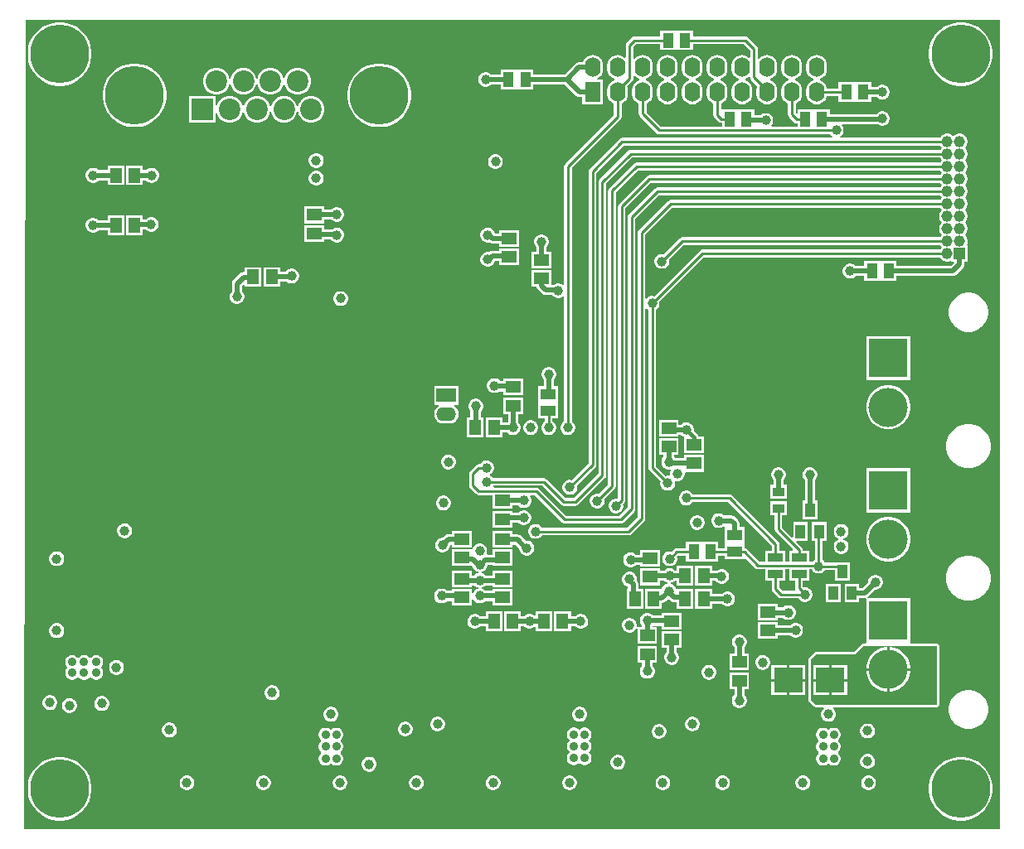
<source format=gbl>
G04*
G04 #@! TF.GenerationSoftware,Altium Limited,Altium Designer,23.5.1 (21)*
G04*
G04 Layer_Physical_Order=4*
G04 Layer_Color=16711680*
%FSLAX44Y44*%
%MOMM*%
G71*
G04*
G04 #@! TF.SameCoordinates,D9901149-2AC3-4954-9F64-4BA616841755*
G04*
G04*
G04 #@! TF.FilePolarity,Positive*
G04*
G01*
G75*
%ADD10C,0.2540*%
%ADD14R,1.1000X1.5000*%
%ADD15R,1.5000X1.1000*%
%ADD16R,1.5000X1.2000*%
%ADD17R,1.2000X1.5000*%
%ADD21R,3.0000X2.5000*%
%ADD75C,0.9000*%
%ADD76C,0.5080*%
%ADD77C,0.3810*%
%ADD78R,4.0000X4.0000*%
%ADD79C,4.0000*%
%ADD80R,1.1500X1.1500*%
%ADD81C,1.1500*%
%ADD82O,2.0000X1.4000*%
%ADD83R,2.0000X1.4000*%
%ADD84R,1.6000X2.0000*%
%ADD85O,1.6000X2.0000*%
%ADD86C,2.2000*%
%ADD87R,2.2000X2.2000*%
%ADD88C,6.0000*%
%ADD89C,1.0000*%
%ADD100R,1.5000X0.9000*%
%ADD101R,1.2000X0.9000*%
%ADD102R,1.0000X1.4000*%
G36*
X1057000Y168000D02*
X61899D01*
X61001Y168899D01*
X62000Y995000D01*
X1057000D01*
Y168000D01*
D02*
G37*
%LPC*%
G36*
X727460Y984040D02*
X726540D01*
X726190Y984040D01*
X710460D01*
Y977793D01*
X684049D01*
X682562Y977497D01*
X681302Y976656D01*
X676253Y971607D01*
X675411Y970347D01*
X675115Y968860D01*
Y956881D01*
X673845Y956279D01*
X672115Y957607D01*
X669551Y958669D01*
X666800Y959031D01*
X664048Y958669D01*
X661485Y957607D01*
X659283Y955917D01*
X657593Y953716D01*
X656531Y951152D01*
X656169Y948400D01*
Y944400D01*
X656531Y941648D01*
X657593Y939084D01*
X659283Y936883D01*
X661485Y935193D01*
X663430Y934387D01*
Y933013D01*
X661485Y932207D01*
X659283Y930517D01*
X657593Y928316D01*
X656531Y925751D01*
X656169Y923000D01*
Y919000D01*
X656531Y916248D01*
X657593Y913684D01*
X659283Y911483D01*
X661485Y909793D01*
X662915Y909201D01*
Y897409D01*
X613253Y847747D01*
X612411Y846487D01*
X612115Y845000D01*
Y724374D01*
X610845Y723848D01*
X610645Y724049D01*
X608926Y725041D01*
X607008Y725555D01*
X605023D01*
X603105Y725041D01*
X601385Y724049D01*
X601097Y723760D01*
X599040D01*
Y739040D01*
X578960D01*
Y721960D01*
X584022D01*
X584215Y720994D01*
X585337Y719313D01*
X589733Y714918D01*
X591413Y713795D01*
X593395Y713401D01*
X599973D01*
X599982Y713385D01*
X601385Y711982D01*
X603105Y710989D01*
X605023Y710475D01*
X607008D01*
X608926Y710989D01*
X610645Y711982D01*
X610845Y712182D01*
X612115Y711656D01*
Y584464D01*
X611370Y584034D01*
X609967Y582630D01*
X608974Y580910D01*
X608460Y578993D01*
Y577007D01*
X608974Y575090D01*
X609967Y573370D01*
X611370Y571967D01*
X613090Y570974D01*
X615007Y570460D01*
X616993D01*
X618910Y570974D01*
X620630Y571967D01*
X622034Y573370D01*
X623026Y575090D01*
X623540Y577007D01*
Y578993D01*
X623026Y580910D01*
X622034Y582630D01*
X620630Y584034D01*
X619885Y584464D01*
Y843391D01*
X669547Y893053D01*
X670389Y894314D01*
X670685Y895800D01*
Y909201D01*
X672115Y909793D01*
X674317Y911483D01*
X676007Y913684D01*
X677069Y916248D01*
X677431Y919000D01*
Y923000D01*
X677069Y925751D01*
X676535Y927041D01*
X681747Y932253D01*
X682589Y933513D01*
X682885Y935000D01*
Y937140D01*
X684155Y937571D01*
X684683Y936883D01*
X686885Y935193D01*
X688830Y934387D01*
Y933013D01*
X686885Y932207D01*
X684683Y930517D01*
X682993Y928316D01*
X681931Y925751D01*
X681569Y923000D01*
Y919000D01*
X681931Y916248D01*
X682993Y913684D01*
X684683Y911483D01*
X686885Y909793D01*
X688315Y909201D01*
Y898800D01*
X688611Y897313D01*
X689453Y896053D01*
X706253Y879253D01*
X707513Y878411D01*
X709000Y878115D01*
X883536D01*
X883967Y877370D01*
X885370Y875966D01*
X886084Y875555D01*
X885743Y874285D01*
X671400D01*
X669913Y873989D01*
X668653Y873147D01*
X638333Y842827D01*
X637491Y841567D01*
X637195Y840080D01*
Y541689D01*
X619824Y524317D01*
X618993Y524540D01*
X617007D01*
X615090Y524026D01*
X613370Y523033D01*
X611967Y521630D01*
X610974Y519910D01*
X610460Y517993D01*
Y516007D01*
X610974Y514090D01*
X611967Y512370D01*
X613370Y510966D01*
X615090Y509974D01*
X617007Y509460D01*
X618993D01*
X620910Y509974D01*
X622630Y510966D01*
X624034Y512370D01*
X625026Y514090D01*
X625540Y516007D01*
Y517993D01*
X625317Y518824D01*
X643827Y537333D01*
X644669Y538593D01*
X644965Y540080D01*
Y838471D01*
X673009Y866515D01*
X995970D01*
X996666Y865310D01*
X997926Y864050D01*
X996666Y862790D01*
X996143Y861885D01*
X680000D01*
X678513Y861589D01*
X677253Y860747D01*
X648253Y831747D01*
X647411Y830487D01*
X647115Y829000D01*
Y530713D01*
X622287Y505885D01*
X613609D01*
X594177Y525317D01*
X592917Y526159D01*
X591430Y526455D01*
X539464D01*
X539034Y527200D01*
X537630Y528604D01*
X536853Y529052D01*
Y530518D01*
X537630Y530966D01*
X539034Y532370D01*
X540026Y534090D01*
X540540Y536007D01*
Y537993D01*
X540026Y539910D01*
X539034Y541630D01*
X537630Y543033D01*
X535910Y544026D01*
X533993Y544540D01*
X532007D01*
X530090Y544026D01*
X528370Y543033D01*
X526967Y541630D01*
X526536Y540885D01*
X525000D01*
X523513Y540589D01*
X522253Y539747D01*
X516253Y533747D01*
X515411Y532487D01*
X515115Y531000D01*
Y519000D01*
X515411Y517513D01*
X516253Y516253D01*
X522253Y510253D01*
X523513Y509411D01*
X525000Y509115D01*
X538960D01*
Y494960D01*
X559040D01*
Y498285D01*
X565481D01*
X566370Y497397D01*
X568090Y496404D01*
X570007Y495890D01*
X571993D01*
X573910Y496404D01*
X575630Y497397D01*
X577034Y498800D01*
X578026Y500520D01*
X578540Y502437D01*
Y504423D01*
X578026Y506340D01*
X577157Y507845D01*
X577585Y509115D01*
X582391D01*
X610253Y481253D01*
X611513Y480411D01*
X613000Y480115D01*
X670000D01*
X671487Y480411D01*
X672747Y481253D01*
X683747Y492253D01*
X684589Y493513D01*
X684885Y495000D01*
Y791391D01*
X709209Y815715D01*
X995970D01*
X996666Y814510D01*
X997926Y813250D01*
X996666Y811990D01*
X995970Y810785D01*
X720900D01*
X719413Y810489D01*
X718153Y809647D01*
X688253Y779747D01*
X687411Y778487D01*
X687115Y777000D01*
Y486609D01*
X676391Y475885D01*
X589464D01*
X589034Y476630D01*
X587630Y478033D01*
X585910Y479026D01*
X583993Y479540D01*
X582007D01*
X580090Y479026D01*
X578370Y478033D01*
X576967Y476630D01*
X575974Y474910D01*
X575460Y472993D01*
Y471007D01*
X575974Y469090D01*
X576967Y467370D01*
X578370Y465966D01*
X580090Y464974D01*
X582007Y464460D01*
X583993D01*
X585910Y464974D01*
X587630Y465966D01*
X589034Y467370D01*
X589464Y468115D01*
X678000D01*
X679487Y468411D01*
X680747Y469253D01*
X693747Y482253D01*
X694589Y483513D01*
X694885Y485000D01*
Y699722D01*
X695383Y700021D01*
X696155Y700182D01*
X697370Y698967D01*
X698115Y698536D01*
Y537056D01*
X698411Y535570D01*
X699253Y534310D01*
X710525Y523037D01*
X710303Y522206D01*
Y520221D01*
X710817Y518303D01*
X711809Y516584D01*
X713213Y515180D01*
X714932Y514187D01*
X716850Y513674D01*
X718835D01*
X720753Y514187D01*
X722472Y515180D01*
X723876Y516584D01*
X724869Y518303D01*
X725383Y520221D01*
Y522206D01*
X725253Y522690D01*
X726290Y523727D01*
X726996Y523538D01*
X728981D01*
X730899Y524052D01*
X732618Y525044D01*
X734022Y526448D01*
X735014Y528167D01*
X735528Y530085D01*
Y532070D01*
X736211Y532960D01*
X755040D01*
Y550040D01*
X734960D01*
Y547179D01*
X725293D01*
X725033Y547630D01*
X724180Y548484D01*
Y549960D01*
X729040D01*
Y567040D01*
X708960D01*
Y549960D01*
X713820D01*
Y548484D01*
X712967Y547630D01*
X711974Y545910D01*
X711460Y543993D01*
Y542007D01*
X711974Y540090D01*
X712967Y538370D01*
X714370Y536967D01*
X716090Y535974D01*
X718007Y535460D01*
X719993D01*
X720410Y535572D01*
X721247Y534481D01*
X720962Y533988D01*
X720448Y532070D01*
Y530085D01*
X720578Y529602D01*
X719541Y528565D01*
X718835Y528754D01*
X716850D01*
X716019Y528531D01*
X705885Y538665D01*
Y698536D01*
X706630Y698967D01*
X708034Y700370D01*
X709026Y702090D01*
X709540Y704007D01*
Y705993D01*
X709317Y706824D01*
X754709Y752215D01*
X995970D01*
X996666Y751010D01*
X998210Y749466D01*
X1000100Y748375D01*
X1002209Y747810D01*
X1004391D01*
X1006440Y748359D01*
X1006686Y748401D01*
X1007710Y747810D01*
Y747810D01*
X1009689D01*
X1010215Y746540D01*
X1006855Y743179D01*
X951540D01*
Y748040D01*
X935810D01*
X935460Y748040D01*
X934540D01*
X934190Y748040D01*
X918460D01*
Y743179D01*
X909484D01*
X908630Y744034D01*
X906910Y745026D01*
X904993Y745540D01*
X903007D01*
X901090Y745026D01*
X899370Y744034D01*
X897967Y742630D01*
X896974Y740910D01*
X896460Y738993D01*
Y737007D01*
X896974Y735090D01*
X897967Y733370D01*
X899370Y731966D01*
X901090Y730974D01*
X903007Y730460D01*
X904993D01*
X906910Y730974D01*
X908630Y731966D01*
X909484Y732821D01*
X918460D01*
Y727960D01*
X934190D01*
X934540Y727960D01*
X935460D01*
X935810Y727960D01*
X951540D01*
Y732821D01*
X1009000D01*
X1010982Y733215D01*
X1012663Y734337D01*
X1019662Y741338D01*
X1019662Y741338D01*
X1020785Y743018D01*
X1021180Y745000D01*
X1021180Y745000D01*
Y747810D01*
X1024290D01*
Y764390D01*
X1024290D01*
X1023699Y765414D01*
X1023741Y765660D01*
X1024290Y767709D01*
Y769891D01*
X1023725Y772000D01*
X1022634Y773890D01*
X1021374Y775150D01*
X1022634Y776410D01*
X1023725Y778300D01*
X1024290Y780409D01*
Y782591D01*
X1023725Y784700D01*
X1022634Y786590D01*
X1021374Y787850D01*
X1022634Y789110D01*
X1023725Y791000D01*
X1024290Y793109D01*
Y795291D01*
X1023725Y797400D01*
X1022634Y799290D01*
X1021374Y800550D01*
X1022634Y801810D01*
X1023725Y803700D01*
X1024290Y805809D01*
Y807991D01*
X1023725Y810100D01*
X1022634Y811990D01*
X1021374Y813250D01*
X1022634Y814510D01*
X1023725Y816400D01*
X1024290Y818509D01*
Y820691D01*
X1023725Y822800D01*
X1022634Y824690D01*
X1021374Y825950D01*
X1022634Y827210D01*
X1023725Y829100D01*
X1024290Y831209D01*
Y833391D01*
X1023725Y835500D01*
X1022634Y837390D01*
X1021374Y838650D01*
X1022634Y839910D01*
X1023725Y841800D01*
X1024290Y843909D01*
Y846091D01*
X1023725Y848200D01*
X1022634Y850090D01*
X1021374Y851350D01*
X1022634Y852610D01*
X1023725Y854500D01*
X1024290Y856609D01*
Y858791D01*
X1023725Y860900D01*
X1022634Y862790D01*
X1021374Y864050D01*
X1022634Y865310D01*
X1023725Y867200D01*
X1024290Y869309D01*
Y871491D01*
X1023725Y873600D01*
X1022634Y875490D01*
X1021090Y877034D01*
X1019200Y878125D01*
X1017091Y878690D01*
X1014909D01*
X1012800Y878125D01*
X1010910Y877034D01*
X1009650Y875774D01*
X1008390Y877034D01*
X1006500Y878125D01*
X1004391Y878690D01*
X1002209D01*
X1000100Y878125D01*
X998210Y877034D01*
X996666Y875490D01*
X995970Y874285D01*
X894257D01*
X893916Y875555D01*
X894630Y875966D01*
X896033Y877370D01*
X897026Y879090D01*
X897540Y881007D01*
Y882993D01*
X897026Y884910D01*
X896033Y886630D01*
X895613Y887050D01*
X896139Y888320D01*
X932016D01*
X932370Y887967D01*
X934090Y886974D01*
X936007Y886460D01*
X937993D01*
X939910Y886974D01*
X941630Y887967D01*
X943034Y889370D01*
X944026Y891090D01*
X944540Y893007D01*
Y894993D01*
X944026Y896910D01*
X943034Y898630D01*
X941630Y900033D01*
X939910Y901026D01*
X937993Y901540D01*
X936007D01*
X934090Y901026D01*
X932370Y900033D01*
X931016Y898680D01*
X883540D01*
Y903040D01*
X867460D01*
Y903040D01*
X866540D01*
Y903040D01*
X850460D01*
Y899382D01*
X849318Y898889D01*
X848485Y899571D01*
Y909201D01*
X849915Y909793D01*
X852117Y911483D01*
X853807Y913684D01*
X854869Y916248D01*
X855231Y919000D01*
Y923000D01*
X854869Y925751D01*
X853807Y928316D01*
X852117Y930517D01*
X849915Y932207D01*
X847970Y933013D01*
Y934387D01*
X849915Y935193D01*
X852117Y936883D01*
X853807Y939084D01*
X854869Y941648D01*
X855231Y944400D01*
Y948400D01*
X854869Y951152D01*
X853807Y953716D01*
X852117Y955917D01*
X849915Y957607D01*
X847352Y958669D01*
X844600Y959031D01*
X841849Y958669D01*
X839285Y957607D01*
X837083Y955917D01*
X835393Y953716D01*
X834331Y951152D01*
X833969Y948400D01*
Y944400D01*
X834331Y941648D01*
X835393Y939084D01*
X837083Y936883D01*
X839285Y935193D01*
X841230Y934387D01*
Y933013D01*
X839285Y932207D01*
X837083Y930517D01*
X835393Y928316D01*
X834331Y925751D01*
X833969Y923000D01*
Y919000D01*
X834331Y916248D01*
X835393Y913684D01*
X837083Y911483D01*
X839285Y909793D01*
X840715Y909201D01*
Y897906D01*
X841011Y896420D01*
X841853Y895159D01*
X846759Y890253D01*
X848020Y889411D01*
X849506Y889115D01*
X850460D01*
Y885885D01*
X824344D01*
X823818Y887155D01*
X824034Y887370D01*
X825026Y889090D01*
X825540Y891007D01*
Y892993D01*
X825026Y894910D01*
X824034Y896630D01*
X822630Y898034D01*
X820910Y899026D01*
X818993Y899540D01*
X817007D01*
X815090Y899026D01*
X813370Y898034D01*
X812516Y897179D01*
X806540D01*
Y903040D01*
X790460D01*
Y903040D01*
X789540D01*
Y903040D01*
X773460D01*
Y903040D01*
X772285Y903269D01*
Y909201D01*
X773716Y909793D01*
X775917Y911483D01*
X777607Y913684D01*
X778669Y916248D01*
X779031Y919000D01*
Y923000D01*
X778669Y925751D01*
X777607Y928316D01*
X775917Y930517D01*
X773716Y932207D01*
X771770Y933013D01*
Y934387D01*
X773716Y935193D01*
X775917Y936883D01*
X777607Y939084D01*
X778669Y941648D01*
X779031Y944400D01*
Y948400D01*
X778669Y951152D01*
X777607Y953716D01*
X775917Y955917D01*
X773716Y957607D01*
X771152Y958669D01*
X768400Y959031D01*
X765648Y958669D01*
X763084Y957607D01*
X760883Y955917D01*
X759193Y953716D01*
X758131Y951152D01*
X757769Y948400D01*
Y944400D01*
X758131Y941648D01*
X759193Y939084D01*
X760883Y936883D01*
X763084Y935193D01*
X765030Y934387D01*
Y933013D01*
X763084Y932207D01*
X760883Y930517D01*
X759193Y928316D01*
X758131Y925751D01*
X757769Y923000D01*
Y919000D01*
X758131Y916248D01*
X759193Y913684D01*
X760883Y911483D01*
X763084Y909793D01*
X764515Y909201D01*
Y897600D01*
X764811Y896113D01*
X765653Y894853D01*
X769931Y890575D01*
X771191Y889733D01*
X772678Y889437D01*
X773460D01*
Y885885D01*
X710609D01*
X696085Y900409D01*
Y909201D01*
X697515Y909793D01*
X699717Y911483D01*
X701407Y913684D01*
X702469Y916248D01*
X702831Y919000D01*
Y923000D01*
X702469Y925751D01*
X701407Y928316D01*
X699717Y930517D01*
X697515Y932207D01*
X695570Y933013D01*
Y934387D01*
X697515Y935193D01*
X699717Y936883D01*
X701407Y939084D01*
X702469Y941648D01*
X702831Y944400D01*
Y948400D01*
X702469Y951152D01*
X701407Y953716D01*
X699717Y955917D01*
X697515Y957607D01*
X694951Y958669D01*
X692200Y959031D01*
X689448Y958669D01*
X686885Y957607D01*
X684683Y955917D01*
X684155Y955229D01*
X682885Y955660D01*
Y967251D01*
X685658Y970024D01*
X710460D01*
Y963960D01*
X726190D01*
X726540Y963960D01*
X727460D01*
X727810Y963960D01*
X743540D01*
Y970115D01*
X795391D01*
X802115Y963391D01*
Y956881D01*
X800845Y956279D01*
X799116Y957607D01*
X796552Y958669D01*
X793800Y959031D01*
X791049Y958669D01*
X788484Y957607D01*
X786283Y955917D01*
X784593Y953716D01*
X783531Y951152D01*
X783169Y948400D01*
Y944400D01*
X783531Y941648D01*
X784593Y939084D01*
X786283Y936883D01*
X788484Y935193D01*
X790430Y934387D01*
Y933013D01*
X788484Y932207D01*
X786283Y930517D01*
X784593Y928316D01*
X783531Y925751D01*
X783169Y923000D01*
Y919000D01*
X783531Y916248D01*
X784593Y913684D01*
X786283Y911483D01*
X788484Y909793D01*
X791049Y908731D01*
X793800Y908369D01*
X796552Y908731D01*
X799116Y909793D01*
X801317Y911483D01*
X803007Y913684D01*
X804069Y916248D01*
X804431Y919000D01*
Y923000D01*
X804069Y925751D01*
X803007Y928316D01*
X801317Y930517D01*
X799116Y932207D01*
X797170Y933013D01*
Y934387D01*
X799116Y935193D01*
X800845Y936521D01*
X801929Y936076D01*
X802127Y935939D01*
X802411Y934513D01*
X803253Y933253D01*
X809465Y927041D01*
X808931Y925751D01*
X808569Y923000D01*
Y919000D01*
X808931Y916248D01*
X809993Y913684D01*
X811683Y911483D01*
X813885Y909793D01*
X816449Y908731D01*
X819200Y908369D01*
X821952Y908731D01*
X824516Y909793D01*
X826717Y911483D01*
X828407Y913684D01*
X829469Y916248D01*
X829831Y919000D01*
Y923000D01*
X829469Y925751D01*
X828407Y928316D01*
X826717Y930517D01*
X824516Y932207D01*
X822570Y933013D01*
Y934387D01*
X824516Y935193D01*
X826717Y936883D01*
X828407Y939084D01*
X829469Y941648D01*
X829831Y944400D01*
Y948400D01*
X829469Y951152D01*
X828407Y953716D01*
X826717Y955917D01*
X824516Y957607D01*
X821952Y958669D01*
X819200Y959031D01*
X816449Y958669D01*
X813885Y957607D01*
X811683Y955917D01*
X811155Y955229D01*
X809885Y955660D01*
Y965000D01*
X809589Y966487D01*
X808747Y967747D01*
X799747Y976747D01*
X798487Y977589D01*
X797000Y977885D01*
X743540D01*
Y984040D01*
X727810D01*
X727460Y984040D01*
D02*
G37*
G36*
X641400Y959031D02*
X638648Y958669D01*
X636085Y957607D01*
X633883Y955917D01*
X632193Y953716D01*
X631309Y951580D01*
X627400D01*
X625418Y951185D01*
X623737Y950062D01*
X612855Y939180D01*
X580540D01*
Y944040D01*
X564810D01*
X564460Y944040D01*
X563540D01*
X563190Y944040D01*
X547460D01*
Y939180D01*
X537484D01*
X536630Y940033D01*
X534910Y941026D01*
X532993Y941540D01*
X531007D01*
X529090Y941026D01*
X527370Y940033D01*
X525966Y938630D01*
X524974Y936910D01*
X524460Y934993D01*
Y933007D01*
X524974Y931090D01*
X525966Y929370D01*
X527370Y927967D01*
X529090Y926974D01*
X531007Y926460D01*
X532993D01*
X534910Y926974D01*
X536630Y927967D01*
X537484Y928820D01*
X547460D01*
Y923960D01*
X563190D01*
X563540Y923960D01*
X564460D01*
X564810Y923960D01*
X580540D01*
Y928820D01*
X612855D01*
X624338Y917337D01*
X626018Y916215D01*
X628000Y915820D01*
X628000Y915820D01*
X630860D01*
Y908460D01*
X651940D01*
Y933540D01*
X646043D01*
X645790Y934810D01*
X646715Y935193D01*
X648917Y936883D01*
X650607Y939084D01*
X651669Y941648D01*
X652031Y944400D01*
Y948400D01*
X651669Y951152D01*
X650607Y953716D01*
X648917Y955917D01*
X646715Y957607D01*
X644152Y958669D01*
X641400Y959031D01*
D02*
G37*
G36*
X341783Y945540D02*
X338217D01*
X334774Y944617D01*
X331686Y942835D01*
X329165Y940314D01*
X327383Y937226D01*
X326807Y935079D01*
X325493D01*
X324917Y937226D01*
X323135Y940314D01*
X320614Y942835D01*
X317526Y944617D01*
X314083Y945540D01*
X310517D01*
X307074Y944617D01*
X303986Y942835D01*
X301465Y940314D01*
X299683Y937226D01*
X299107Y935079D01*
X297793D01*
X297217Y937226D01*
X295435Y940314D01*
X292914Y942835D01*
X289826Y944617D01*
X286383Y945540D01*
X282817D01*
X279374Y944617D01*
X276286Y942835D01*
X273765Y940314D01*
X271983Y937226D01*
X271407Y935079D01*
X270093D01*
X269517Y937226D01*
X267735Y940314D01*
X265214Y942835D01*
X262126Y944617D01*
X258683Y945540D01*
X255117D01*
X251674Y944617D01*
X248586Y942835D01*
X246065Y940314D01*
X244283Y937226D01*
X243360Y933783D01*
Y930217D01*
X244283Y926774D01*
X246065Y923686D01*
X248586Y921165D01*
X251674Y919383D01*
X255117Y918460D01*
X258683D01*
X262126Y919383D01*
X265214Y921165D01*
X267735Y923686D01*
X269517Y926774D01*
X270093Y928921D01*
X271407D01*
X271983Y926774D01*
X273765Y923686D01*
X276286Y921165D01*
X279374Y919383D01*
X282817Y918460D01*
X286383D01*
X289826Y919383D01*
X292914Y921165D01*
X295435Y923686D01*
X297217Y926774D01*
X297793Y928921D01*
X299107D01*
X299683Y926774D01*
X301465Y923686D01*
X303986Y921165D01*
X307074Y919383D01*
X310517Y918460D01*
X314083D01*
X317526Y919383D01*
X320614Y921165D01*
X323135Y923686D01*
X324917Y926774D01*
X325493Y928921D01*
X326807D01*
X327383Y926774D01*
X329165Y923686D01*
X331686Y921165D01*
X334774Y919383D01*
X338217Y918460D01*
X341783D01*
X345226Y919383D01*
X348314Y921165D01*
X350835Y923686D01*
X352617Y926774D01*
X353540Y930217D01*
Y933783D01*
X352617Y937226D01*
X350835Y940314D01*
X348314Y942835D01*
X345226Y944617D01*
X341783Y945540D01*
D02*
G37*
G36*
X1019561Y992540D02*
X1014439D01*
X1009380Y991739D01*
X1004509Y990156D01*
X999945Y987831D01*
X995802Y984820D01*
X992180Y981198D01*
X989169Y977055D01*
X986844Y972491D01*
X985261Y967620D01*
X984460Y962561D01*
Y957439D01*
X985261Y952380D01*
X986844Y947509D01*
X989169Y942945D01*
X992180Y938802D01*
X995802Y935180D01*
X999945Y932169D01*
X1004509Y929844D01*
X1009380Y928261D01*
X1014439Y927460D01*
X1019561D01*
X1024620Y928261D01*
X1029491Y929844D01*
X1034055Y932169D01*
X1038198Y935180D01*
X1041820Y938802D01*
X1044831Y942945D01*
X1047156Y947509D01*
X1048739Y952380D01*
X1049540Y957439D01*
Y962561D01*
X1048739Y967620D01*
X1047156Y972491D01*
X1044831Y977055D01*
X1041820Y981198D01*
X1038198Y984820D01*
X1034055Y987831D01*
X1029491Y990156D01*
X1024620Y991739D01*
X1019561Y992540D01*
D02*
G37*
G36*
X99561D02*
X94439D01*
X89380Y991739D01*
X84509Y990156D01*
X79945Y987831D01*
X75802Y984820D01*
X72180Y981198D01*
X69169Y977055D01*
X66844Y972491D01*
X65261Y967620D01*
X64460Y962561D01*
Y957439D01*
X65261Y952380D01*
X66844Y947509D01*
X69169Y942945D01*
X72180Y938802D01*
X75802Y935180D01*
X79945Y932169D01*
X84509Y929844D01*
X89380Y928261D01*
X94439Y927460D01*
X99561D01*
X104620Y928261D01*
X109491Y929844D01*
X114055Y932169D01*
X118198Y935180D01*
X121820Y938802D01*
X124831Y942945D01*
X127156Y947509D01*
X128739Y952380D01*
X129540Y957439D01*
Y962561D01*
X128739Y967620D01*
X127156Y972491D01*
X124831Y977055D01*
X121820Y981198D01*
X118198Y984820D01*
X114055Y987831D01*
X109491Y990156D01*
X104620Y991739D01*
X99561Y992540D01*
D02*
G37*
G36*
X870000Y959031D02*
X867249Y958669D01*
X864685Y957607D01*
X862483Y955917D01*
X860793Y953716D01*
X859731Y951152D01*
X859369Y948400D01*
Y944400D01*
X859731Y941648D01*
X860793Y939084D01*
X862483Y936883D01*
X864685Y935193D01*
X866630Y934387D01*
Y933013D01*
X864685Y932207D01*
X862483Y930517D01*
X860793Y928316D01*
X859731Y925751D01*
X859369Y923000D01*
Y919000D01*
X859731Y916248D01*
X860793Y913684D01*
X862483Y911483D01*
X864685Y909793D01*
X867249Y908731D01*
X870000Y908369D01*
X872751Y908731D01*
X875315Y909793D01*
X877517Y911483D01*
X879207Y913684D01*
X880269Y916248D01*
X880383Y917115D01*
X892460D01*
Y910960D01*
X908190D01*
X908540Y910960D01*
X909460D01*
X909810Y910960D01*
X925540D01*
Y915820D01*
X931516D01*
X932370Y914967D01*
X934090Y913974D01*
X936007Y913460D01*
X937993D01*
X939910Y913974D01*
X941630Y914967D01*
X943034Y916370D01*
X944026Y918090D01*
X944540Y920007D01*
Y921993D01*
X944026Y923910D01*
X943034Y925630D01*
X941630Y927033D01*
X939910Y928026D01*
X937993Y928540D01*
X936007D01*
X934090Y928026D01*
X932370Y927033D01*
X931516Y926180D01*
X925540D01*
Y931040D01*
X909810D01*
X909460Y931040D01*
X908540D01*
X908190Y931040D01*
X892460D01*
Y924885D01*
X880383D01*
X880269Y925751D01*
X879207Y928316D01*
X877517Y930517D01*
X875315Y932207D01*
X873370Y933013D01*
Y934387D01*
X875315Y935193D01*
X877517Y936883D01*
X879207Y939084D01*
X880269Y941648D01*
X880631Y944400D01*
Y948400D01*
X880269Y951152D01*
X879207Y953716D01*
X877517Y955917D01*
X875315Y957607D01*
X872751Y958669D01*
X870000Y959031D01*
D02*
G37*
G36*
X743000D02*
X740248Y958669D01*
X737684Y957607D01*
X735483Y955917D01*
X733793Y953716D01*
X732731Y951152D01*
X732369Y948400D01*
Y944400D01*
X732731Y941648D01*
X733793Y939084D01*
X735483Y936883D01*
X737684Y935193D01*
X739630Y934387D01*
Y933013D01*
X737684Y932207D01*
X735483Y930517D01*
X733793Y928316D01*
X732731Y925751D01*
X732369Y923000D01*
Y919000D01*
X732731Y916248D01*
X733793Y913684D01*
X735483Y911483D01*
X737684Y909793D01*
X740248Y908731D01*
X743000Y908369D01*
X745751Y908731D01*
X748316Y909793D01*
X750517Y911483D01*
X752207Y913684D01*
X753269Y916248D01*
X753631Y919000D01*
Y923000D01*
X753269Y925751D01*
X752207Y928316D01*
X750517Y930517D01*
X748316Y932207D01*
X746370Y933013D01*
Y934387D01*
X748316Y935193D01*
X750517Y936883D01*
X752207Y939084D01*
X753269Y941648D01*
X753631Y944400D01*
Y948400D01*
X753269Y951152D01*
X752207Y953716D01*
X750517Y955917D01*
X748316Y957607D01*
X745751Y958669D01*
X743000Y959031D01*
D02*
G37*
G36*
X717600D02*
X714848Y958669D01*
X712284Y957607D01*
X710083Y955917D01*
X708393Y953716D01*
X707331Y951152D01*
X706969Y948400D01*
Y944400D01*
X707331Y941648D01*
X708393Y939084D01*
X710083Y936883D01*
X712284Y935193D01*
X714230Y934387D01*
Y933013D01*
X712284Y932207D01*
X710083Y930517D01*
X708393Y928316D01*
X707331Y925751D01*
X706969Y923000D01*
Y919000D01*
X707331Y916248D01*
X708393Y913684D01*
X710083Y911483D01*
X712284Y909793D01*
X714848Y908731D01*
X717600Y908369D01*
X720351Y908731D01*
X722915Y909793D01*
X725117Y911483D01*
X726807Y913684D01*
X727869Y916248D01*
X728231Y919000D01*
Y923000D01*
X727869Y925751D01*
X726807Y928316D01*
X725117Y930517D01*
X722915Y932207D01*
X720970Y933013D01*
Y934387D01*
X722915Y935193D01*
X725117Y936883D01*
X726807Y939084D01*
X727869Y941648D01*
X728231Y944400D01*
Y948400D01*
X727869Y951152D01*
X726807Y953716D01*
X725117Y955917D01*
X722915Y957607D01*
X720351Y958669D01*
X717600Y959031D01*
D02*
G37*
G36*
X355633Y917140D02*
X352067D01*
X348624Y916217D01*
X345536Y914435D01*
X343015Y911914D01*
X341233Y908826D01*
X340657Y906679D01*
X339343D01*
X338767Y908826D01*
X336985Y911914D01*
X334464Y914435D01*
X331376Y916217D01*
X327933Y917140D01*
X324367D01*
X320924Y916217D01*
X317836Y914435D01*
X315315Y911914D01*
X313533Y908826D01*
X312957Y906679D01*
X311643D01*
X311067Y908826D01*
X309285Y911914D01*
X306764Y914435D01*
X303676Y916217D01*
X300233Y917140D01*
X296667D01*
X293224Y916217D01*
X290136Y914435D01*
X287615Y911914D01*
X285833Y908826D01*
X285257Y906679D01*
X283943D01*
X283367Y908826D01*
X281585Y911914D01*
X279064Y914435D01*
X275976Y916217D01*
X272533Y917140D01*
X268967D01*
X265524Y916217D01*
X262436Y914435D01*
X259915Y911914D01*
X258133Y908826D01*
X257860Y907809D01*
X256590Y907976D01*
Y917140D01*
X229510D01*
Y890060D01*
X256590D01*
Y899224D01*
X257860Y899391D01*
X258133Y898374D01*
X259915Y895286D01*
X262436Y892765D01*
X265524Y890983D01*
X268967Y890060D01*
X272533D01*
X275976Y890983D01*
X279064Y892765D01*
X281585Y895286D01*
X283367Y898374D01*
X283943Y900521D01*
X285257D01*
X285833Y898374D01*
X287615Y895286D01*
X290136Y892765D01*
X293224Y890983D01*
X296667Y890060D01*
X300233D01*
X303676Y890983D01*
X306764Y892765D01*
X309285Y895286D01*
X311067Y898374D01*
X311643Y900521D01*
X312957D01*
X313533Y898374D01*
X315315Y895286D01*
X317836Y892765D01*
X320924Y890983D01*
X324367Y890060D01*
X327933D01*
X331376Y890983D01*
X334464Y892765D01*
X336985Y895286D01*
X338767Y898374D01*
X339343Y900521D01*
X340657D01*
X341233Y898374D01*
X343015Y895286D01*
X345536Y892765D01*
X348624Y890983D01*
X352067Y890060D01*
X355633D01*
X359076Y890983D01*
X362164Y892765D01*
X364685Y895286D01*
X366467Y898374D01*
X367390Y901817D01*
Y905383D01*
X366467Y908826D01*
X364685Y911914D01*
X362164Y914435D01*
X359076Y916217D01*
X355633Y917140D01*
D02*
G37*
G36*
X425979Y950314D02*
X420857D01*
X415798Y949513D01*
X410927Y947930D01*
X406363Y945605D01*
X402220Y942594D01*
X398598Y938972D01*
X395587Y934829D01*
X393262Y930265D01*
X391679Y925394D01*
X390878Y920335D01*
Y915213D01*
X391679Y910154D01*
X393262Y905283D01*
X395587Y900719D01*
X398598Y896576D01*
X402220Y892954D01*
X406363Y889943D01*
X410927Y887618D01*
X415798Y886035D01*
X420857Y885234D01*
X425979D01*
X431038Y886035D01*
X435909Y887618D01*
X440473Y889943D01*
X444616Y892954D01*
X448238Y896576D01*
X451249Y900719D01*
X453574Y905283D01*
X455157Y910154D01*
X455958Y915213D01*
Y920335D01*
X455157Y925394D01*
X453574Y930265D01*
X451249Y934829D01*
X448238Y938972D01*
X444616Y942594D01*
X440473Y945605D01*
X435909Y947930D01*
X431038Y949513D01*
X425979Y950314D01*
D02*
G37*
G36*
X176043D02*
X170921D01*
X165862Y949513D01*
X160991Y947930D01*
X156427Y945605D01*
X152284Y942594D01*
X148662Y938972D01*
X145651Y934829D01*
X143326Y930265D01*
X141743Y925394D01*
X140942Y920335D01*
Y915213D01*
X141743Y910154D01*
X143326Y905283D01*
X145651Y900719D01*
X148662Y896576D01*
X152284Y892954D01*
X156427Y889943D01*
X160991Y887618D01*
X165862Y886035D01*
X170921Y885234D01*
X176043D01*
X181102Y886035D01*
X185973Y887618D01*
X190537Y889943D01*
X194680Y892954D01*
X198302Y896576D01*
X201313Y900719D01*
X203638Y905283D01*
X205221Y910154D01*
X206022Y915213D01*
Y920335D01*
X205221Y925394D01*
X203638Y930265D01*
X201313Y934829D01*
X198302Y938972D01*
X194680Y942594D01*
X190537Y945605D01*
X185973Y947930D01*
X181102Y949513D01*
X176043Y950314D01*
D02*
G37*
G36*
X359993Y858540D02*
X358007D01*
X356090Y858026D01*
X354370Y857033D01*
X352966Y855630D01*
X351974Y853910D01*
X351460Y851993D01*
Y850007D01*
X351974Y848090D01*
X352966Y846370D01*
X354370Y844967D01*
X356090Y843974D01*
X358007Y843460D01*
X359993D01*
X361910Y843974D01*
X363630Y844967D01*
X365033Y846370D01*
X366026Y848090D01*
X366540Y850007D01*
Y851993D01*
X366026Y853910D01*
X365033Y855630D01*
X363630Y857033D01*
X361910Y858026D01*
X359993Y858540D01*
D02*
G37*
G36*
X542993Y857540D02*
X541007D01*
X539090Y857026D01*
X537370Y856033D01*
X535966Y854630D01*
X534974Y852910D01*
X534460Y850993D01*
Y849007D01*
X534974Y847090D01*
X535966Y845370D01*
X537370Y843967D01*
X539090Y842974D01*
X541007Y842460D01*
X542993D01*
X544910Y842974D01*
X546630Y843967D01*
X548033Y845370D01*
X549026Y847090D01*
X549540Y849007D01*
Y850993D01*
X549026Y852910D01*
X548033Y854630D01*
X546630Y856033D01*
X544910Y857026D01*
X542993Y857540D01*
D02*
G37*
G36*
X163040Y846040D02*
X145960D01*
Y841180D01*
X136484D01*
X135630Y842033D01*
X133910Y843026D01*
X131993Y843540D01*
X130007D01*
X128090Y843026D01*
X126370Y842033D01*
X124966Y840630D01*
X123974Y838910D01*
X123460Y836993D01*
Y835007D01*
X123974Y833090D01*
X124966Y831370D01*
X126370Y829967D01*
X128090Y828974D01*
X130007Y828460D01*
X131993D01*
X133910Y828974D01*
X135630Y829967D01*
X136484Y830820D01*
X145960D01*
Y825960D01*
X163040D01*
Y846040D01*
D02*
G37*
G36*
X182040D02*
X164960D01*
Y825960D01*
X182040D01*
Y830820D01*
X185516D01*
X186370Y829967D01*
X188090Y828974D01*
X190007Y828460D01*
X191993D01*
X193910Y828974D01*
X195630Y829967D01*
X197034Y831370D01*
X198026Y833090D01*
X198540Y835007D01*
Y836993D01*
X198026Y838910D01*
X197034Y840630D01*
X195630Y842033D01*
X193910Y843026D01*
X191993Y843540D01*
X190007D01*
X188090Y843026D01*
X186370Y842033D01*
X185516Y841180D01*
X182040D01*
Y846040D01*
D02*
G37*
G36*
X359993Y840540D02*
X358007D01*
X356090Y840026D01*
X354370Y839034D01*
X352966Y837630D01*
X351974Y835910D01*
X351460Y833993D01*
Y832007D01*
X351974Y830090D01*
X352966Y828370D01*
X354370Y826966D01*
X356090Y825974D01*
X358007Y825460D01*
X359993D01*
X361910Y825974D01*
X363630Y826966D01*
X365033Y828370D01*
X366026Y830090D01*
X366540Y832007D01*
Y833993D01*
X366026Y835910D01*
X365033Y837630D01*
X363630Y839034D01*
X361910Y840026D01*
X359993Y840540D01*
D02*
G37*
G36*
X163040Y795040D02*
X145960D01*
Y790180D01*
X136484D01*
X135630Y791033D01*
X133910Y792026D01*
X131993Y792540D01*
X130007D01*
X128090Y792026D01*
X126370Y791033D01*
X124966Y789630D01*
X123974Y787910D01*
X123460Y785993D01*
Y784007D01*
X123974Y782090D01*
X124966Y780370D01*
X126370Y778967D01*
X128090Y777974D01*
X130007Y777460D01*
X131993D01*
X133910Y777974D01*
X135630Y778967D01*
X136484Y779820D01*
X145960D01*
Y774960D01*
X163040D01*
Y795040D01*
D02*
G37*
G36*
X367040Y804040D02*
X346960D01*
Y786960D01*
X367040D01*
Y790571D01*
X374766D01*
X375370Y789967D01*
X377090Y788974D01*
X379007Y788460D01*
X380993D01*
X382910Y788974D01*
X384630Y789967D01*
X386034Y791370D01*
X387026Y793090D01*
X387540Y795007D01*
Y796993D01*
X387026Y798910D01*
X386034Y800630D01*
X384630Y802033D01*
X382910Y803026D01*
X380993Y803540D01*
X379007D01*
X377090Y803026D01*
X375370Y802033D01*
X374266Y800929D01*
X367040D01*
Y804040D01*
D02*
G37*
G36*
X182040Y795040D02*
X164960D01*
Y774960D01*
X182040D01*
Y780820D01*
X184765D01*
X185869Y779716D01*
X187589Y778724D01*
X189506Y778210D01*
X191492D01*
X193409Y778724D01*
X195129Y779716D01*
X196532Y781120D01*
X197525Y782840D01*
X198039Y784757D01*
Y786743D01*
X197525Y788660D01*
X196532Y790380D01*
X195129Y791784D01*
X193409Y792776D01*
X191492Y793290D01*
X189506D01*
X187589Y792776D01*
X185869Y791784D01*
X185265Y791180D01*
X182040D01*
Y795040D01*
D02*
G37*
G36*
X367040Y785040D02*
X346960D01*
Y767960D01*
X367040D01*
Y770571D01*
X373851D01*
X373966Y770370D01*
X375370Y768967D01*
X377090Y767974D01*
X379007Y767460D01*
X380993D01*
X382910Y767974D01*
X384630Y768967D01*
X386034Y770370D01*
X387026Y772090D01*
X387540Y774007D01*
Y775993D01*
X387026Y777910D01*
X386034Y779630D01*
X384630Y781033D01*
X382910Y782026D01*
X380993Y782540D01*
X379007D01*
X377090Y782026D01*
X375370Y781033D01*
X375266Y780929D01*
X367040D01*
Y785040D01*
D02*
G37*
G36*
X534993Y782540D02*
X533007D01*
X531090Y782026D01*
X529370Y781033D01*
X527966Y779630D01*
X526974Y777910D01*
X526460Y775993D01*
Y774007D01*
X526974Y772090D01*
X527966Y770370D01*
X529370Y768967D01*
X531090Y767974D01*
X533007Y767460D01*
X534993D01*
X535522Y767602D01*
X536849Y766715D01*
X538831Y766320D01*
X538831Y766320D01*
X545960D01*
Y762960D01*
X566040D01*
Y780040D01*
X545960D01*
Y776680D01*
X541356D01*
X541026Y777910D01*
X540033Y779630D01*
X538630Y781033D01*
X536910Y782026D01*
X534993Y782540D01*
D02*
G37*
G36*
X566040Y761040D02*
X545960D01*
Y758680D01*
X538831D01*
X538831Y758680D01*
X536849Y758285D01*
X535522Y757398D01*
X534993Y757540D01*
X533007D01*
X531090Y757026D01*
X529370Y756033D01*
X527966Y754630D01*
X526974Y752910D01*
X526460Y750993D01*
Y749007D01*
X526974Y747090D01*
X527966Y745370D01*
X529370Y743967D01*
X531090Y742974D01*
X533007Y742460D01*
X534993D01*
X536910Y742974D01*
X538630Y743967D01*
X540033Y745370D01*
X541026Y747090D01*
X541356Y748320D01*
X545960D01*
Y743960D01*
X566040D01*
Y761040D01*
D02*
G37*
G36*
X589993Y775540D02*
X588007D01*
X586090Y775026D01*
X584370Y774034D01*
X582966Y772630D01*
X581974Y770910D01*
X581460Y768993D01*
Y767007D01*
X581974Y765090D01*
X582966Y763370D01*
X583820Y762516D01*
Y758040D01*
X578960D01*
Y740960D01*
X599040D01*
Y758040D01*
X594179D01*
Y762516D01*
X595033Y763370D01*
X596026Y765090D01*
X596540Y767007D01*
Y768993D01*
X596026Y770910D01*
X595033Y772630D01*
X593630Y774034D01*
X591910Y775026D01*
X589993Y775540D01*
D02*
G37*
G36*
X322040Y742040D02*
X304960D01*
Y721960D01*
X322040D01*
Y727320D01*
X329016D01*
X329370Y726966D01*
X331090Y725974D01*
X333007Y725460D01*
X334993D01*
X336910Y725974D01*
X338630Y726966D01*
X340033Y728370D01*
X341026Y730090D01*
X341540Y732007D01*
Y733993D01*
X341026Y735910D01*
X340033Y737630D01*
X338630Y739034D01*
X336910Y740026D01*
X334993Y740540D01*
X333007D01*
X331090Y740026D01*
X329370Y739034D01*
X328016Y737680D01*
X322040D01*
Y742040D01*
D02*
G37*
G36*
X303040D02*
X285960D01*
Y737035D01*
X284856D01*
X282874Y736641D01*
X281193Y735518D01*
X281193Y735518D01*
X274338Y728662D01*
X273215Y726982D01*
X272820Y725000D01*
Y717484D01*
X271966Y716630D01*
X270974Y714910D01*
X270460Y712993D01*
Y711007D01*
X270974Y709090D01*
X271966Y707370D01*
X273370Y705966D01*
X275090Y704974D01*
X277007Y704460D01*
X278993D01*
X280910Y704974D01*
X282630Y705966D01*
X284034Y707370D01*
X285026Y709090D01*
X285540Y711007D01*
Y712993D01*
X285026Y714910D01*
X284034Y716630D01*
X283179Y717484D01*
Y722855D01*
X284787Y724462D01*
X285960Y723976D01*
Y721960D01*
X303040D01*
Y742040D01*
D02*
G37*
G36*
X384993Y717540D02*
X383007D01*
X381090Y717026D01*
X379370Y716033D01*
X377966Y714630D01*
X376974Y712910D01*
X376460Y710993D01*
Y709007D01*
X376974Y707090D01*
X377966Y705370D01*
X379370Y703967D01*
X381090Y702974D01*
X383007Y702460D01*
X384993D01*
X386910Y702974D01*
X388630Y703967D01*
X390033Y705370D01*
X391026Y707090D01*
X391540Y709007D01*
Y710993D01*
X391026Y712910D01*
X390033Y714630D01*
X388630Y716033D01*
X386910Y717026D01*
X384993Y717540D01*
D02*
G37*
G36*
X1026974Y716040D02*
X1023026D01*
X1019155Y715270D01*
X1015508Y713759D01*
X1012225Y711566D01*
X1009434Y708775D01*
X1007241Y705492D01*
X1005730Y701845D01*
X1004960Y697974D01*
Y694026D01*
X1005730Y690155D01*
X1007241Y686507D01*
X1009434Y683225D01*
X1012225Y680434D01*
X1015508Y678241D01*
X1019155Y676730D01*
X1023026Y675960D01*
X1026974D01*
X1030845Y676730D01*
X1034492Y678241D01*
X1037775Y680434D01*
X1040566Y683225D01*
X1042759Y686507D01*
X1044270Y690155D01*
X1045040Y694026D01*
Y697974D01*
X1044270Y701845D01*
X1042759Y705492D01*
X1040566Y708775D01*
X1037775Y711566D01*
X1034492Y713759D01*
X1030845Y715270D01*
X1026974Y716040D01*
D02*
G37*
G36*
X965540Y671540D02*
X920460D01*
Y626460D01*
X965540D01*
Y671540D01*
D02*
G37*
G36*
X541993Y628540D02*
X540007D01*
X538090Y628026D01*
X536370Y627034D01*
X534967Y625630D01*
X533974Y623910D01*
X533460Y621993D01*
Y620007D01*
X533974Y618090D01*
X534967Y616370D01*
X536370Y614967D01*
X538090Y613974D01*
X540007Y613460D01*
X541993D01*
X543910Y613974D01*
X545630Y614967D01*
X545734Y615070D01*
X549960D01*
Y610960D01*
X570040D01*
Y628040D01*
X549960D01*
Y625429D01*
X547149D01*
X547034Y625630D01*
X545630Y627034D01*
X543910Y628026D01*
X541993Y628540D01*
D02*
G37*
G36*
X570040Y609040D02*
X549960D01*
Y591960D01*
X554821D01*
Y583484D01*
X554516Y583180D01*
X549040D01*
Y588040D01*
X531960D01*
Y567960D01*
X549040D01*
Y572821D01*
X554516D01*
X555370Y571967D01*
X557090Y570974D01*
X559007Y570460D01*
X560993D01*
X562910Y570974D01*
X564630Y571967D01*
X566034Y573370D01*
X567026Y575090D01*
X567540Y577007D01*
Y578993D01*
X567026Y580910D01*
X566034Y582630D01*
X565179Y583484D01*
Y591960D01*
X570040D01*
Y609040D01*
D02*
G37*
G36*
X504540Y620540D02*
X479460D01*
Y601460D01*
X483656D01*
X483924Y600894D01*
X484002Y600190D01*
X482196Y598804D01*
X480667Y596811D01*
X479706Y594491D01*
X479378Y592000D01*
X479706Y589510D01*
X480667Y587189D01*
X482196Y585196D01*
X484189Y583667D01*
X486510Y582706D01*
X489000Y582378D01*
X495000D01*
X497491Y582706D01*
X499811Y583667D01*
X501804Y585196D01*
X503333Y587189D01*
X504295Y589510D01*
X504622Y592000D01*
X504295Y594491D01*
X503333Y596811D01*
X501804Y598804D01*
X499998Y600190D01*
X500076Y600894D01*
X500344Y601460D01*
X504540D01*
Y620540D01*
D02*
G37*
G36*
X945220Y621540D02*
X940780D01*
X936425Y620674D01*
X932323Y618975D01*
X928632Y616508D01*
X925492Y613368D01*
X923025Y609677D01*
X921326Y605575D01*
X920460Y601220D01*
Y596780D01*
X921326Y592425D01*
X923025Y588323D01*
X925492Y584632D01*
X928632Y581492D01*
X932323Y579025D01*
X936425Y577326D01*
X940780Y576460D01*
X945220D01*
X949575Y577326D01*
X953677Y579025D01*
X957368Y581492D01*
X960508Y584632D01*
X962975Y588323D01*
X964674Y592425D01*
X965540Y596780D01*
Y601220D01*
X964674Y605575D01*
X962975Y609677D01*
X960508Y613368D01*
X957368Y616508D01*
X953677Y618975D01*
X949575Y620674D01*
X945220Y621540D01*
D02*
G37*
G36*
X597493Y640040D02*
X595507D01*
X593590Y639526D01*
X591870Y638534D01*
X590466Y637130D01*
X589474Y635410D01*
X588960Y633493D01*
Y631507D01*
X589474Y629590D01*
X590466Y627870D01*
X591320Y627016D01*
Y620540D01*
X585960D01*
Y604810D01*
X585960Y604460D01*
Y603540D01*
X585960Y603190D01*
Y587460D01*
X592612D01*
Y584464D01*
X591867Y584034D01*
X590463Y582630D01*
X589470Y580910D01*
X588956Y578993D01*
Y577007D01*
X589470Y575090D01*
X590463Y573370D01*
X591867Y571967D01*
X593586Y570974D01*
X595504Y570460D01*
X597489D01*
X599407Y570974D01*
X601126Y571967D01*
X602530Y573370D01*
X603522Y575090D01*
X604036Y577007D01*
Y578993D01*
X603522Y580910D01*
X602530Y582630D01*
X601126Y584034D01*
X600381Y584464D01*
Y587460D01*
X606040D01*
Y603190D01*
X606040Y603540D01*
Y604460D01*
X606040Y604810D01*
Y620540D01*
X601679D01*
Y627016D01*
X602533Y627870D01*
X603526Y629590D01*
X604040Y631507D01*
Y633493D01*
X603526Y635410D01*
X602533Y637130D01*
X601130Y638534D01*
X599410Y639526D01*
X597493Y640040D01*
D02*
G37*
G36*
X578993Y585540D02*
X577007D01*
X575090Y585026D01*
X573370Y584034D01*
X571967Y582630D01*
X570974Y580910D01*
X570460Y578993D01*
Y577007D01*
X570974Y575090D01*
X571967Y573370D01*
X573370Y571967D01*
X575090Y570974D01*
X577007Y570460D01*
X578993D01*
X580910Y570974D01*
X582630Y571967D01*
X584034Y573370D01*
X585026Y575090D01*
X585540Y577007D01*
Y578993D01*
X585026Y580910D01*
X584034Y582630D01*
X582630Y584034D01*
X580910Y585026D01*
X578993Y585540D01*
D02*
G37*
G36*
X522993Y607540D02*
X521007D01*
X519090Y607026D01*
X517370Y606034D01*
X515966Y604630D01*
X514974Y602910D01*
X514460Y600993D01*
Y599007D01*
X514974Y597090D01*
X515966Y595370D01*
X516571Y594766D01*
Y588040D01*
X512960D01*
Y567960D01*
X530040D01*
Y588040D01*
X526930D01*
Y594266D01*
X528033Y595370D01*
X529026Y597090D01*
X529540Y599007D01*
Y600993D01*
X529026Y602910D01*
X528033Y604630D01*
X526630Y606034D01*
X524910Y607026D01*
X522993Y607540D01*
D02*
G37*
G36*
X729040Y586040D02*
X708960D01*
Y568960D01*
X729040D01*
Y570821D01*
X731516D01*
X732370Y569967D01*
X734090Y568974D01*
X734960Y568741D01*
Y551960D01*
X755040D01*
Y569040D01*
X749325D01*
X749187Y569734D01*
X748205Y571205D01*
X744511Y574898D01*
X744540Y575007D01*
Y576993D01*
X744026Y578910D01*
X743034Y580630D01*
X741630Y582034D01*
X739910Y583026D01*
X737993Y583540D01*
X736007D01*
X734090Y583026D01*
X732370Y582034D01*
X731516Y581180D01*
X729040D01*
Y586040D01*
D02*
G37*
G36*
X1027220Y581540D02*
X1022780D01*
X1018425Y580674D01*
X1014323Y578975D01*
X1010632Y576508D01*
X1007492Y573368D01*
X1005025Y569677D01*
X1003326Y565575D01*
X1002460Y561220D01*
Y556780D01*
X1003326Y552425D01*
X1005025Y548323D01*
X1007492Y544632D01*
X1010632Y541492D01*
X1014323Y539025D01*
X1018425Y537326D01*
X1022780Y536460D01*
X1027220D01*
X1031575Y537326D01*
X1035677Y539025D01*
X1039368Y541492D01*
X1042508Y544632D01*
X1044975Y548323D01*
X1046674Y552425D01*
X1047540Y556780D01*
Y561220D01*
X1046674Y565575D01*
X1044975Y569677D01*
X1042508Y573368D01*
X1039368Y576508D01*
X1035677Y578975D01*
X1031575Y580674D01*
X1027220Y581540D01*
D02*
G37*
G36*
X494993Y550540D02*
X493007D01*
X491090Y550026D01*
X489370Y549034D01*
X487966Y547630D01*
X486974Y545910D01*
X486460Y543993D01*
Y542007D01*
X486974Y540090D01*
X487966Y538370D01*
X489370Y536967D01*
X491090Y535974D01*
X493007Y535460D01*
X494993D01*
X496910Y535974D01*
X498630Y536967D01*
X500033Y538370D01*
X501026Y540090D01*
X501540Y542007D01*
Y543993D01*
X501026Y545910D01*
X500033Y547630D01*
X498630Y549034D01*
X496910Y550026D01*
X494993Y550540D01*
D02*
G37*
G36*
X831993Y537540D02*
X830007D01*
X828090Y537026D01*
X826370Y536034D01*
X824967Y534630D01*
X823974Y532910D01*
X823460Y530993D01*
Y529007D01*
X823974Y527090D01*
X824967Y525370D01*
X825820Y524516D01*
Y519540D01*
X822460D01*
Y505460D01*
X839540D01*
Y519540D01*
X836180D01*
Y524516D01*
X837033Y525370D01*
X838026Y527090D01*
X838540Y529007D01*
Y530993D01*
X838026Y532910D01*
X837033Y534630D01*
X835630Y536034D01*
X833910Y537026D01*
X831993Y537540D01*
D02*
G37*
G36*
X489993Y508540D02*
X488007D01*
X486090Y508026D01*
X484370Y507034D01*
X482966Y505630D01*
X481974Y503910D01*
X481460Y501993D01*
Y500007D01*
X481974Y498090D01*
X482966Y496370D01*
X484370Y494967D01*
X486090Y493974D01*
X488007Y493460D01*
X489993D01*
X491910Y493974D01*
X493630Y494967D01*
X495033Y496370D01*
X496026Y498090D01*
X496540Y500007D01*
Y501993D01*
X496026Y503910D01*
X495033Y505630D01*
X493630Y507034D01*
X491910Y508026D01*
X489993Y508540D01*
D02*
G37*
G36*
X965540Y536540D02*
X920460D01*
Y491460D01*
X965540D01*
Y536540D01*
D02*
G37*
G36*
X571993Y493540D02*
X570007D01*
X568090Y493026D01*
X566370Y492034D01*
X565516Y491180D01*
X559040D01*
Y493040D01*
X538960D01*
Y475960D01*
X559040D01*
Y480821D01*
X565516D01*
X566370Y479967D01*
X568090Y478974D01*
X570007Y478460D01*
X571993D01*
X573910Y478974D01*
X575630Y479967D01*
X577034Y481370D01*
X578026Y483090D01*
X578540Y485007D01*
Y486993D01*
X578026Y488910D01*
X577034Y490630D01*
X575630Y492034D01*
X573910Y493026D01*
X571993Y493540D01*
D02*
G37*
G36*
X863993Y537540D02*
X862007D01*
X860090Y537026D01*
X858370Y536034D01*
X856966Y534630D01*
X855974Y532910D01*
X855460Y530993D01*
Y529007D01*
X855974Y527090D01*
X856966Y525370D01*
X857821Y524516D01*
Y503540D01*
X855460D01*
Y484460D01*
X870540D01*
Y503540D01*
X868179D01*
Y524516D01*
X869034Y525370D01*
X870026Y527090D01*
X870540Y529007D01*
Y530993D01*
X870026Y532910D01*
X869034Y534630D01*
X867630Y536034D01*
X865910Y537026D01*
X863993Y537540D01*
D02*
G37*
G36*
X748993Y488540D02*
X747007D01*
X745090Y488026D01*
X743370Y487034D01*
X741966Y485630D01*
X740974Y483910D01*
X740460Y481993D01*
Y480007D01*
X740974Y478090D01*
X741966Y476370D01*
X743370Y474967D01*
X745090Y473974D01*
X747007Y473460D01*
X748993D01*
X750910Y473974D01*
X752630Y474967D01*
X754034Y476370D01*
X755026Y478090D01*
X755540Y480007D01*
Y481993D01*
X755026Y483910D01*
X754034Y485630D01*
X752630Y487034D01*
X750910Y488026D01*
X748993Y488540D01*
D02*
G37*
G36*
X164263Y480270D02*
X162277D01*
X160360Y479756D01*
X158640Y478764D01*
X157236Y477360D01*
X156244Y475640D01*
X155730Y473723D01*
Y471737D01*
X156244Y469820D01*
X157236Y468100D01*
X158640Y466697D01*
X160360Y465704D01*
X162277Y465190D01*
X164263D01*
X166180Y465704D01*
X167900Y466697D01*
X169303Y468100D01*
X170296Y469820D01*
X170810Y471737D01*
Y473723D01*
X170296Y475640D01*
X169303Y477360D01*
X167900Y478764D01*
X166180Y479756D01*
X164263Y480270D01*
D02*
G37*
G36*
X517572Y472790D02*
X497492D01*
Y469429D01*
X494250D01*
X492268Y469035D01*
X490587Y467912D01*
X488215Y465540D01*
X487007D01*
X485090Y465026D01*
X483370Y464034D01*
X481967Y462630D01*
X480974Y460910D01*
X480460Y458993D01*
Y457007D01*
X480974Y455090D01*
X481967Y453370D01*
X483370Y451967D01*
X485090Y450974D01*
X487007Y450460D01*
X488993D01*
X490910Y450974D01*
X492630Y451967D01*
X494034Y453370D01*
X495026Y455090D01*
X495540Y457007D01*
Y457941D01*
X496222Y458540D01*
X497492Y458080D01*
Y455710D01*
X517572D01*
Y472790D01*
D02*
G37*
G36*
X895993Y479540D02*
X894007D01*
X892090Y479026D01*
X890370Y478033D01*
X888967Y476630D01*
X887974Y474910D01*
X887460Y472993D01*
Y471007D01*
X887974Y469090D01*
X888967Y467370D01*
X890370Y465966D01*
X892090Y464974D01*
X892481Y464869D01*
Y463554D01*
X892090Y463449D01*
X890370Y462457D01*
X888967Y461053D01*
X887974Y459333D01*
X887460Y457416D01*
Y455430D01*
X887974Y453513D01*
X888967Y451794D01*
X890370Y450390D01*
X892090Y449397D01*
X894007Y448883D01*
X895993D01*
X897910Y449397D01*
X899630Y450390D01*
X901033Y451794D01*
X902026Y453513D01*
X902540Y455430D01*
Y457416D01*
X902026Y459333D01*
X901033Y461053D01*
X899630Y462457D01*
X897910Y463449D01*
X897519Y463554D01*
Y464869D01*
X897910Y464974D01*
X899630Y465966D01*
X901033Y467370D01*
X902026Y469090D01*
X902540Y471007D01*
Y472993D01*
X902026Y474910D01*
X901033Y476630D01*
X899630Y478033D01*
X897910Y479026D01*
X895993Y479540D01*
D02*
G37*
G36*
X710040Y453040D02*
X689960D01*
Y448055D01*
X685609D01*
X684630Y449034D01*
X682910Y450026D01*
X680993Y450540D01*
X679007D01*
X677090Y450026D01*
X675370Y449034D01*
X673967Y447630D01*
X672974Y445910D01*
X672460Y443993D01*
Y442007D01*
X672974Y440090D01*
X673967Y438370D01*
X675370Y436967D01*
X677090Y435974D01*
X679007Y435460D01*
X680993D01*
X682910Y435974D01*
X684630Y436967D01*
X685359Y437696D01*
X689960D01*
Y435960D01*
X710040D01*
Y453040D01*
D02*
G37*
G36*
X559040Y472790D02*
X538960D01*
Y455710D01*
X559040D01*
Y458369D01*
X562556D01*
X566460Y454465D01*
Y454007D01*
X566974Y452090D01*
X567966Y450370D01*
X569370Y448966D01*
X571090Y447974D01*
X573007Y447460D01*
X574993D01*
X576910Y447974D01*
X578630Y448966D01*
X580033Y450370D01*
X581026Y452090D01*
X581540Y454007D01*
Y455993D01*
X581026Y457910D01*
X580033Y459630D01*
X578630Y461034D01*
X576910Y462026D01*
X574993Y462540D01*
X573035D01*
X568364Y467211D01*
X566683Y468334D01*
X564701Y468728D01*
X559040D01*
Y472790D01*
D02*
G37*
G36*
X945220Y486540D02*
X940780D01*
X936425Y485674D01*
X932323Y483975D01*
X928632Y481508D01*
X925492Y478368D01*
X923025Y474677D01*
X921326Y470575D01*
X920460Y466220D01*
Y461780D01*
X921326Y457425D01*
X923025Y453323D01*
X925492Y449632D01*
X928632Y446492D01*
X932323Y444025D01*
X936425Y442326D01*
X940780Y441460D01*
X945220D01*
X949575Y442326D01*
X953677Y444025D01*
X957368Y446492D01*
X960508Y449632D01*
X962975Y453323D01*
X964674Y457425D01*
X965540Y461780D01*
Y466220D01*
X964674Y470575D01*
X962975Y474677D01*
X960508Y478368D01*
X957368Y481508D01*
X953677Y483975D01*
X949575Y485674D01*
X945220Y486540D01*
D02*
G37*
G36*
X737993Y513540D02*
X736007D01*
X734090Y513026D01*
X732370Y512034D01*
X730966Y510630D01*
X729974Y508910D01*
X729460Y506993D01*
Y505007D01*
X729974Y503090D01*
X730966Y501370D01*
X732370Y499967D01*
X734090Y498974D01*
X736007Y498460D01*
X737993D01*
X739910Y498974D01*
X741630Y499967D01*
X743034Y501370D01*
X743464Y502115D01*
X779391D01*
X824115Y457391D01*
Y452540D01*
X817960D01*
Y440885D01*
X811609D01*
X798747Y453747D01*
X797487Y454589D01*
X796040Y454877D01*
Y459190D01*
X796040Y459540D01*
Y460460D01*
X796040Y460810D01*
Y476540D01*
X791180D01*
Y480024D01*
X790785Y482006D01*
X789662Y483687D01*
X789662Y483687D01*
X786687Y486662D01*
X785006Y487785D01*
X783024Y488180D01*
X775484D01*
X774630Y489034D01*
X772910Y490026D01*
X770993Y490540D01*
X769007D01*
X767090Y490026D01*
X765370Y489034D01*
X763967Y487630D01*
X762974Y485910D01*
X762460Y483993D01*
Y482007D01*
X762974Y480090D01*
X763967Y478370D01*
X765370Y476967D01*
X767090Y475974D01*
X769007Y475460D01*
X770993D01*
X772910Y475974D01*
X774165Y476698D01*
X774630Y476967D01*
X774821Y476910D01*
X774962Y476866D01*
X775878Y476578D01*
X775960Y476501D01*
X775960Y475286D01*
Y460810D01*
X775960Y460460D01*
Y459540D01*
X775960Y459190D01*
Y454885D01*
X769540D01*
Y461040D01*
X753810D01*
X753460Y461040D01*
X752540D01*
X752190Y461040D01*
X736460D01*
Y454885D01*
X727000D01*
X725513Y454589D01*
X724253Y453747D01*
X721824Y451317D01*
X720993Y451540D01*
X719007D01*
X717090Y451026D01*
X715370Y450033D01*
X713967Y448630D01*
X712974Y446910D01*
X712460Y444993D01*
Y443007D01*
X712974Y441090D01*
X713967Y439370D01*
X715370Y437966D01*
X717090Y436974D01*
X719007Y436460D01*
X720993D01*
X722910Y436974D01*
X724630Y437966D01*
X726033Y439370D01*
X727026Y441090D01*
X727540Y443007D01*
Y444993D01*
X727317Y445824D01*
X728609Y447115D01*
X736460D01*
Y440960D01*
X752190D01*
X752540Y440960D01*
X753460D01*
X753810Y440960D01*
X769540D01*
Y447115D01*
X775960D01*
Y443460D01*
X796040D01*
Y443807D01*
X797213Y444293D01*
X807253Y434253D01*
X808513Y433411D01*
X810000Y433115D01*
X817960D01*
Y421460D01*
X824115D01*
Y413000D01*
X824411Y411513D01*
X825253Y410253D01*
X830830Y404676D01*
X832090Y403834D01*
X833577Y403539D01*
X851536D01*
X851966Y402794D01*
X853370Y401390D01*
X855090Y400397D01*
X857007Y399883D01*
X858993D01*
X860910Y400397D01*
X862630Y401390D01*
X864034Y402794D01*
X865026Y404513D01*
X865540Y406431D01*
Y408416D01*
X865026Y410334D01*
X864034Y412053D01*
X862630Y413457D01*
X860910Y414449D01*
X858993Y414963D01*
X857007D01*
X856927Y414942D01*
X855885Y415815D01*
Y421460D01*
X862040D01*
Y433115D01*
X865203D01*
X865966Y431794D01*
X867370Y430390D01*
X869090Y429397D01*
X871007Y428883D01*
X872993D01*
X874910Y429397D01*
X876630Y430390D01*
X878034Y431794D01*
X878464Y432538D01*
X888960D01*
Y421460D01*
X904040D01*
Y440540D01*
X888960D01*
Y440308D01*
X878464D01*
X878034Y441053D01*
X876630Y442457D01*
X875885Y442887D01*
Y462460D01*
X880040D01*
Y481540D01*
X864960D01*
Y462460D01*
X868115D01*
Y442887D01*
X867370Y442457D01*
X865966Y441053D01*
X865869Y440885D01*
X862040D01*
Y452540D01*
X855885D01*
Y453000D01*
X855589Y454487D01*
X854747Y455747D01*
X849207Y461287D01*
X849693Y462460D01*
X861040D01*
Y481540D01*
X845960D01*
Y466193D01*
X844787Y465707D01*
X834885Y475609D01*
Y488460D01*
X839540D01*
Y502540D01*
X822460D01*
Y488460D01*
X827115D01*
Y474000D01*
X827411Y472513D01*
X828253Y471253D01*
X845793Y453713D01*
X845307Y452540D01*
X841960D01*
Y440885D01*
X838040D01*
Y452540D01*
X831885D01*
Y459000D01*
X831589Y460487D01*
X830747Y461747D01*
X783747Y508747D01*
X782487Y509589D01*
X781000Y509885D01*
X743464D01*
X743034Y510630D01*
X741630Y512034D01*
X739910Y513026D01*
X737993Y513540D01*
D02*
G37*
G36*
X526918Y459656D02*
X524933D01*
X523015Y459142D01*
X521296Y458150D01*
X519892Y456746D01*
X518899Y455027D01*
X518675Y454192D01*
X517572Y453790D01*
X517572Y453790D01*
X497492D01*
Y436710D01*
X517572D01*
X517572Y436710D01*
X518658Y436267D01*
X518974Y435090D01*
X519967Y433370D01*
X521370Y431967D01*
X523090Y430974D01*
X524271Y430657D01*
Y429343D01*
X523090Y429026D01*
X521370Y428033D01*
X520391Y427054D01*
X517572D01*
Y432040D01*
X497492D01*
Y414960D01*
X517572D01*
Y416696D01*
X520641D01*
X521370Y415966D01*
X523090Y414974D01*
X524271Y414657D01*
Y413343D01*
X523090Y413026D01*
X521370Y412034D01*
X519967Y410630D01*
X518974Y408910D01*
X518842Y408418D01*
X517572Y408585D01*
Y413040D01*
X497492D01*
Y411180D01*
X492484D01*
X491630Y412034D01*
X489910Y413026D01*
X487993Y413540D01*
X486007D01*
X484090Y413026D01*
X482370Y412034D01*
X480966Y410630D01*
X479974Y408910D01*
X479460Y406993D01*
Y405007D01*
X479974Y403090D01*
X480966Y401370D01*
X482370Y399967D01*
X484090Y398974D01*
X486007Y398460D01*
X487993D01*
X489910Y398974D01*
X491630Y399967D01*
X492484Y400821D01*
X497492D01*
Y395960D01*
X517572D01*
Y403415D01*
X518842Y403582D01*
X518974Y403090D01*
X519967Y401370D01*
X521370Y399967D01*
X523090Y398974D01*
X525007Y398460D01*
X526993D01*
X528910Y398974D01*
X530630Y399967D01*
X531484Y400821D01*
X538960D01*
Y395960D01*
X559040D01*
Y413040D01*
X538960D01*
Y411180D01*
X531484D01*
X530630Y412034D01*
X528910Y413026D01*
X527729Y413343D01*
Y414657D01*
X528910Y414974D01*
X530630Y415966D01*
X531234Y416570D01*
X538960D01*
Y414960D01*
X559040D01*
Y432040D01*
X538960D01*
Y426929D01*
X531734D01*
X530630Y428033D01*
X528910Y429026D01*
X527729Y429343D01*
Y430657D01*
X528910Y430974D01*
X530630Y431967D01*
X532034Y433370D01*
X533026Y435090D01*
X533540Y437007D01*
Y437425D01*
X533936Y437821D01*
X538960D01*
Y436710D01*
X559040D01*
Y453790D01*
X538960D01*
Y448180D01*
X533643D01*
X533017Y449450D01*
X533465Y451124D01*
Y453109D01*
X532951Y455027D01*
X531959Y456746D01*
X530555Y458150D01*
X528835Y459142D01*
X526918Y459656D01*
D02*
G37*
G36*
X94993Y451540D02*
X93007D01*
X91090Y451026D01*
X89370Y450033D01*
X87966Y448630D01*
X86974Y446910D01*
X86460Y444993D01*
Y443007D01*
X86974Y441090D01*
X87966Y439370D01*
X89370Y437966D01*
X91090Y436974D01*
X93007Y436460D01*
X94993D01*
X96910Y436974D01*
X98630Y437966D01*
X100034Y439370D01*
X101026Y441090D01*
X101540Y443007D01*
Y444993D01*
X101026Y446910D01*
X100034Y448630D01*
X98630Y450033D01*
X96910Y451026D01*
X94993Y451540D01*
D02*
G37*
G36*
X744040Y437040D02*
X726960D01*
Y432179D01*
X725484D01*
X724630Y433033D01*
X722910Y434026D01*
X720993Y434540D01*
X719007D01*
X717090Y434026D01*
X715370Y433033D01*
X714516Y432179D01*
X710040D01*
Y434040D01*
X689960D01*
Y416960D01*
X710040D01*
Y421820D01*
X714516D01*
X715370Y420966D01*
X717090Y419974D01*
X717887Y419760D01*
X717938Y419246D01*
X717771Y418477D01*
X716090Y418026D01*
X714370Y417034D01*
X712967Y415630D01*
X711974Y413910D01*
X711741Y413040D01*
X694960D01*
Y392960D01*
X712040D01*
Y398828D01*
X713982Y399215D01*
X715663Y400337D01*
X718595Y403270D01*
X720778Y401087D01*
X722458Y399965D01*
X724440Y399571D01*
X726960D01*
Y392960D01*
X744040D01*
Y413040D01*
X726960D01*
X726036Y413875D01*
X726026Y413910D01*
X725033Y415630D01*
X723630Y417034D01*
X721910Y418026D01*
X721113Y418240D01*
X721062Y418754D01*
X721229Y419523D01*
X722910Y419974D01*
X724630Y420966D01*
X725484Y421820D01*
X726960D01*
Y416960D01*
X744040D01*
Y437040D01*
D02*
G37*
G36*
X763040D02*
X745960D01*
Y416960D01*
X763040D01*
Y421320D01*
X767016D01*
X768370Y419967D01*
X770090Y418974D01*
X772007Y418460D01*
X773993D01*
X775910Y418974D01*
X777630Y419967D01*
X779034Y421370D01*
X780026Y423090D01*
X780540Y425007D01*
Y426993D01*
X780026Y428910D01*
X779034Y430630D01*
X777630Y432034D01*
X775910Y433026D01*
X773993Y433540D01*
X772007D01*
X770090Y433026D01*
X768370Y432034D01*
X768016Y431679D01*
X763040D01*
Y437040D01*
D02*
G37*
G36*
X930993Y427540D02*
X929007D01*
X927090Y427026D01*
X925370Y426034D01*
X923967Y424630D01*
X922974Y422910D01*
X922460Y420993D01*
Y419785D01*
X916855Y414179D01*
X913540D01*
Y418540D01*
X898460D01*
Y399460D01*
X913540D01*
Y403820D01*
X919000D01*
X919334Y403887D01*
X920460Y402816D01*
Y358860D01*
X920460Y358460D01*
X919550Y357590D01*
X917500D01*
X916509Y357393D01*
X915669Y356831D01*
X907927Y349090D01*
X869500D01*
X868509Y348893D01*
X867669Y348331D01*
X862169Y342831D01*
X861607Y341991D01*
X861410Y341000D01*
Y300000D01*
X861607Y299009D01*
X862169Y298169D01*
X867169Y293169D01*
X868009Y292607D01*
X869000Y292410D01*
X877215D01*
X877555Y291140D01*
X877370Y291033D01*
X875966Y289630D01*
X874974Y287910D01*
X874460Y285993D01*
Y284007D01*
X874974Y282090D01*
X875966Y280370D01*
X877370Y278967D01*
X879090Y277974D01*
X881007Y277460D01*
X882993D01*
X884910Y277974D01*
X886630Y278967D01*
X888034Y280370D01*
X889026Y282090D01*
X889540Y284007D01*
Y285993D01*
X889026Y287910D01*
X888034Y289630D01*
X886630Y291033D01*
X886445Y291140D01*
X886785Y292410D01*
X934922D01*
X935009Y292352D01*
X936000Y292155D01*
X991594D01*
X991871Y292210D01*
X992154Y292216D01*
X993305Y292472D01*
X993720Y292654D01*
X994142Y292819D01*
X994181Y292857D01*
X994230Y292879D01*
X994544Y293206D01*
X994870Y293520D01*
X994892Y293569D01*
X994929Y293608D01*
X995093Y294031D01*
X995275Y294446D01*
X995530Y295610D01*
X995535Y295890D01*
X995590Y296164D01*
Y355000D01*
X995393Y355991D01*
X994831Y356831D01*
X993991Y357393D01*
X993000Y357590D01*
X966450D01*
X965540Y358460D01*
X965540Y358860D01*
Y403540D01*
X922258D01*
X921873Y404810D01*
X922663Y405337D01*
X929785Y412460D01*
X930993D01*
X932910Y412974D01*
X934630Y413966D01*
X936033Y415370D01*
X937026Y417090D01*
X937540Y419007D01*
Y420993D01*
X937026Y422910D01*
X936033Y424630D01*
X934630Y426034D01*
X932910Y427026D01*
X930993Y427540D01*
D02*
G37*
G36*
X1027220Y446671D02*
X1022780D01*
X1018425Y445805D01*
X1014323Y444106D01*
X1010632Y441639D01*
X1007492Y438499D01*
X1005025Y434808D01*
X1003326Y430706D01*
X1002460Y426351D01*
Y421911D01*
X1003326Y417556D01*
X1005025Y413454D01*
X1007492Y409762D01*
X1010632Y406623D01*
X1014323Y404156D01*
X1018425Y402457D01*
X1022780Y401591D01*
X1027220D01*
X1031575Y402457D01*
X1035677Y404156D01*
X1039368Y406623D01*
X1042508Y409762D01*
X1044975Y413454D01*
X1046674Y417556D01*
X1047540Y421911D01*
Y426351D01*
X1046674Y430706D01*
X1044975Y434808D01*
X1042508Y438499D01*
X1039368Y441639D01*
X1035677Y444106D01*
X1031575Y445805D01*
X1027220Y446671D01*
D02*
G37*
G36*
X894540Y418540D02*
X879460D01*
Y399460D01*
X894540D01*
Y418540D01*
D02*
G37*
G36*
X763040Y413040D02*
X745960D01*
Y392960D01*
X763040D01*
Y397821D01*
X773516D01*
X774370Y396967D01*
X776090Y395974D01*
X778007Y395460D01*
X779993D01*
X781910Y395974D01*
X783630Y396967D01*
X785033Y398370D01*
X786026Y400090D01*
X786540Y402007D01*
Y403993D01*
X786026Y405910D01*
X785033Y407630D01*
X783630Y409034D01*
X781910Y410026D01*
X779993Y410540D01*
X778007D01*
X776090Y410026D01*
X774370Y409034D01*
X773516Y408180D01*
X763040D01*
Y413040D01*
D02*
G37*
G36*
X679993Y430540D02*
X678007D01*
X676090Y430026D01*
X674370Y429034D01*
X672967Y427630D01*
X671974Y425910D01*
X671460Y423993D01*
Y422007D01*
X671974Y420090D01*
X672967Y418370D01*
X674370Y416967D01*
X676090Y415974D01*
X677369Y415631D01*
Y413040D01*
X675960D01*
Y392960D01*
X693040D01*
Y413040D01*
X687728D01*
Y418120D01*
X687334Y420102D01*
X686403Y421496D01*
X686540Y422007D01*
Y423993D01*
X686026Y425910D01*
X685033Y427630D01*
X683630Y429034D01*
X681910Y430026D01*
X679993Y430540D01*
D02*
G37*
G36*
X600040Y390040D02*
X582960D01*
Y386499D01*
X581690Y385973D01*
X581360Y386303D01*
X579640Y387296D01*
X577723Y387810D01*
X575737D01*
X573820Y387296D01*
X572100Y386303D01*
X571246Y385449D01*
X568040D01*
Y390040D01*
X550960D01*
Y369960D01*
X568040D01*
Y375090D01*
X571246D01*
X572100Y374236D01*
X573820Y373244D01*
X575737Y372730D01*
X577723D01*
X579640Y373244D01*
X581360Y374236D01*
X581690Y374567D01*
X582960Y374041D01*
Y369960D01*
X600040D01*
Y390040D01*
D02*
G37*
G36*
X732040Y388790D02*
X711960D01*
Y385804D01*
X702859D01*
X701630Y387034D01*
X699910Y388026D01*
X697993Y388540D01*
X696007D01*
X694090Y388026D01*
X692370Y387034D01*
X690966Y385630D01*
X689974Y383910D01*
X689460Y381993D01*
Y380007D01*
X689974Y378090D01*
X690966Y376370D01*
X691821Y375516D01*
Y374040D01*
X687386D01*
X686383Y374969D01*
X686333Y375050D01*
Y377001D01*
X685819Y378919D01*
X684827Y380638D01*
X683423Y382042D01*
X681703Y383035D01*
X679786Y383549D01*
X677801D01*
X675883Y383035D01*
X674164Y382042D01*
X672760Y380638D01*
X671767Y378919D01*
X671253Y377001D01*
Y375016D01*
X671767Y373098D01*
X672760Y371379D01*
X674164Y369975D01*
X675883Y368982D01*
X677801Y368469D01*
X679786D01*
X681703Y368982D01*
X683423Y369975D01*
X684827Y371379D01*
X685690Y372874D01*
X686583Y372803D01*
X686960Y372657D01*
Y356960D01*
X707040D01*
Y374040D01*
X702179D01*
Y375446D01*
X711960D01*
Y371710D01*
X732040D01*
Y388790D01*
D02*
G37*
G36*
X549040Y390040D02*
X531960D01*
Y385179D01*
X526484D01*
X525630Y386034D01*
X523910Y387026D01*
X521993Y387540D01*
X520007D01*
X518090Y387026D01*
X516370Y386034D01*
X514967Y384630D01*
X513974Y382910D01*
X513460Y380993D01*
Y379007D01*
X513974Y377090D01*
X514967Y375370D01*
X516370Y373966D01*
X518090Y372974D01*
X520007Y372460D01*
X521993D01*
X523910Y372974D01*
X525630Y373966D01*
X526484Y374821D01*
X531960D01*
Y369960D01*
X549040D01*
Y390040D01*
D02*
G37*
G36*
X830040Y398040D02*
X809960D01*
Y380960D01*
X830040D01*
Y383820D01*
X835516D01*
X836370Y382966D01*
X838090Y381974D01*
X840007Y381460D01*
X841993D01*
X843910Y381974D01*
X845630Y382966D01*
X847033Y384370D01*
X848026Y386090D01*
X848540Y388007D01*
Y389993D01*
X848026Y391910D01*
X847033Y393630D01*
X845630Y395033D01*
X843910Y396026D01*
X841993Y396540D01*
X840007D01*
X838090Y396026D01*
X836370Y395033D01*
X835516Y394179D01*
X830040D01*
Y398040D01*
D02*
G37*
G36*
X619040Y390040D02*
X601960D01*
Y369960D01*
X619040D01*
Y374821D01*
X623516D01*
X624370Y373966D01*
X626090Y372974D01*
X628007Y372460D01*
X629993D01*
X631910Y372974D01*
X633630Y373966D01*
X635033Y375370D01*
X636026Y377090D01*
X636540Y379007D01*
Y380993D01*
X636026Y382910D01*
X635033Y384630D01*
X633630Y386034D01*
X631910Y387026D01*
X629993Y387540D01*
X628007D01*
X626090Y387026D01*
X624370Y386034D01*
X623516Y385179D01*
X619040D01*
Y390040D01*
D02*
G37*
G36*
X830040Y379040D02*
X809960D01*
Y361960D01*
X830040D01*
Y365567D01*
X843303D01*
X843910Y364959D01*
X845630Y363966D01*
X847547Y363453D01*
X849533D01*
X851450Y363966D01*
X853170Y364959D01*
X854574Y366363D01*
X855566Y368082D01*
X856080Y370000D01*
Y371985D01*
X855566Y373903D01*
X854574Y375622D01*
X853170Y377026D01*
X851450Y378019D01*
X849533Y378533D01*
X847547D01*
X845630Y378019D01*
X843910Y377026D01*
X842810Y375926D01*
X830040D01*
Y379040D01*
D02*
G37*
G36*
X94993Y378040D02*
X93007D01*
X91090Y377526D01*
X89370Y376534D01*
X87966Y375130D01*
X86974Y373410D01*
X86460Y371493D01*
Y369507D01*
X86974Y367590D01*
X87966Y365870D01*
X89370Y364467D01*
X91090Y363474D01*
X93007Y362960D01*
X94993D01*
X96910Y363474D01*
X98630Y364467D01*
X100034Y365870D01*
X101026Y367590D01*
X101540Y369507D01*
Y371493D01*
X101026Y373410D01*
X100034Y375130D01*
X98630Y376534D01*
X96910Y377526D01*
X94993Y378040D01*
D02*
G37*
G36*
X135127Y345540D02*
X133273D01*
X131483Y345060D01*
X129877Y344133D01*
X128905Y343161D01*
X128100Y342947D01*
X127295Y343161D01*
X126323Y344133D01*
X124717Y345060D01*
X122927Y345540D01*
X121073D01*
X119283Y345060D01*
X117677Y344133D01*
X116705Y343161D01*
X115900Y342947D01*
X115095Y343161D01*
X114123Y344133D01*
X112517Y345060D01*
X110727Y345540D01*
X108873D01*
X107083Y345060D01*
X105477Y344133D01*
X104167Y342823D01*
X103240Y341217D01*
X102760Y339427D01*
Y337573D01*
X103240Y335783D01*
X104167Y334177D01*
X105344Y333000D01*
X104167Y331823D01*
X103240Y330217D01*
X102760Y328427D01*
Y326573D01*
X103240Y324783D01*
X104167Y323177D01*
X105477Y321867D01*
X107083Y320940D01*
X108873Y320460D01*
X110727D01*
X112517Y320940D01*
X114123Y321867D01*
X115095Y322839D01*
X115900Y323053D01*
X116705Y322839D01*
X117677Y321867D01*
X119283Y320940D01*
X121073Y320460D01*
X122927D01*
X124717Y320940D01*
X126323Y321867D01*
X127295Y322839D01*
X128100Y323053D01*
X128905Y322839D01*
X129877Y321867D01*
X131483Y320940D01*
X133273Y320460D01*
X135127D01*
X136917Y320940D01*
X138523Y321867D01*
X139833Y323177D01*
X140760Y324783D01*
X141240Y326573D01*
Y328427D01*
X140760Y330217D01*
X139833Y331823D01*
X138656Y333000D01*
X139833Y334177D01*
X140760Y335783D01*
X141240Y337573D01*
Y339427D01*
X140760Y341217D01*
X139833Y342823D01*
X138523Y344133D01*
X136917Y345060D01*
X135127Y345540D01*
D02*
G37*
G36*
X732040Y369790D02*
X711960D01*
Y352710D01*
X716821D01*
Y348484D01*
X715966Y347630D01*
X714974Y345910D01*
X714460Y343993D01*
Y342007D01*
X714974Y340090D01*
X715966Y338370D01*
X717370Y336967D01*
X719090Y335974D01*
X721007Y335460D01*
X722993D01*
X724910Y335974D01*
X726630Y336967D01*
X728034Y338370D01*
X729026Y340090D01*
X729540Y342007D01*
Y343993D01*
X729026Y345910D01*
X728034Y347630D01*
X727179Y348484D01*
Y352710D01*
X732040D01*
Y369790D01*
D02*
G37*
G36*
X815993Y345540D02*
X814007D01*
X812090Y345026D01*
X810370Y344034D01*
X808967Y342630D01*
X807974Y340910D01*
X807460Y338993D01*
Y337007D01*
X807974Y335090D01*
X808967Y333370D01*
X810370Y331967D01*
X812090Y330974D01*
X814007Y330460D01*
X815993D01*
X817910Y330974D01*
X819630Y331967D01*
X821033Y333370D01*
X822026Y335090D01*
X822540Y337007D01*
Y338993D01*
X822026Y340910D01*
X821033Y342630D01*
X819630Y344034D01*
X817910Y345026D01*
X815993Y345540D01*
D02*
G37*
G36*
X791993Y366540D02*
X790007D01*
X788090Y366026D01*
X786370Y365033D01*
X784967Y363630D01*
X783974Y361910D01*
X783460Y359993D01*
Y358007D01*
X783974Y356090D01*
X784967Y354370D01*
X785820Y353516D01*
Y347040D01*
X780960D01*
Y329960D01*
X801040D01*
Y347040D01*
X796180D01*
Y353516D01*
X797033Y354370D01*
X798026Y356090D01*
X798540Y358007D01*
Y359993D01*
X798026Y361910D01*
X797033Y363630D01*
X795630Y365033D01*
X793910Y366026D01*
X791993Y366540D01*
D02*
G37*
G36*
X155993Y340540D02*
X154007D01*
X152090Y340026D01*
X150370Y339034D01*
X148967Y337630D01*
X147974Y335910D01*
X147460Y333993D01*
Y332007D01*
X147974Y330090D01*
X148967Y328370D01*
X150370Y326967D01*
X152090Y325974D01*
X154007Y325460D01*
X155993D01*
X157910Y325974D01*
X159630Y326967D01*
X161033Y328370D01*
X162026Y330090D01*
X162540Y332007D01*
Y333993D01*
X162026Y335910D01*
X161033Y337630D01*
X159630Y339034D01*
X157910Y340026D01*
X155993Y340540D01*
D02*
G37*
G36*
X707040Y355040D02*
X686960D01*
Y337960D01*
X691821D01*
Y334484D01*
X690966Y333630D01*
X689974Y331910D01*
X689460Y329993D01*
Y328007D01*
X689974Y326090D01*
X690966Y324370D01*
X692370Y322966D01*
X694090Y321974D01*
X696007Y321460D01*
X697993D01*
X699910Y321974D01*
X701630Y322966D01*
X703034Y324370D01*
X704026Y326090D01*
X704540Y328007D01*
Y329993D01*
X704026Y331910D01*
X703034Y333630D01*
X702179Y334484D01*
Y337960D01*
X707040D01*
Y355040D01*
D02*
G37*
G36*
X858540Y335040D02*
X842270D01*
Y321270D01*
X858540D01*
Y335040D01*
D02*
G37*
G36*
X839730D02*
X823460D01*
Y321270D01*
X839730D01*
Y335040D01*
D02*
G37*
G36*
X760993Y335540D02*
X759007D01*
X757090Y335026D01*
X755370Y334034D01*
X753967Y332630D01*
X752974Y330910D01*
X752460Y328993D01*
Y327007D01*
X752974Y325090D01*
X753967Y323370D01*
X755370Y321967D01*
X757090Y320974D01*
X759007Y320460D01*
X760993D01*
X762910Y320974D01*
X764630Y321967D01*
X766033Y323370D01*
X767026Y325090D01*
X767540Y327007D01*
Y328993D01*
X767026Y330910D01*
X766033Y332630D01*
X764630Y334034D01*
X762910Y335026D01*
X760993Y335540D01*
D02*
G37*
G36*
X858540Y318730D02*
X842270D01*
Y304960D01*
X858540D01*
Y318730D01*
D02*
G37*
G36*
X839730D02*
X823460D01*
Y304960D01*
X839730D01*
Y318730D01*
D02*
G37*
G36*
X314993Y314540D02*
X313007D01*
X311090Y314026D01*
X309370Y313034D01*
X307966Y311630D01*
X306974Y309910D01*
X306460Y307993D01*
Y306007D01*
X306974Y304090D01*
X307966Y302370D01*
X309370Y300966D01*
X311090Y299974D01*
X313007Y299460D01*
X314993D01*
X316910Y299974D01*
X318630Y300966D01*
X320033Y302370D01*
X321026Y304090D01*
X321540Y306007D01*
Y307993D01*
X321026Y309910D01*
X320033Y311630D01*
X318630Y313034D01*
X316910Y314026D01*
X314993Y314540D01*
D02*
G37*
G36*
X801040Y328040D02*
X780960D01*
Y310960D01*
X785820D01*
Y304484D01*
X784967Y303630D01*
X783974Y301910D01*
X783460Y299993D01*
Y298007D01*
X783974Y296090D01*
X784967Y294370D01*
X786370Y292966D01*
X788090Y291974D01*
X790007Y291460D01*
X791993D01*
X793910Y291974D01*
X795630Y292966D01*
X797033Y294370D01*
X798026Y296090D01*
X798540Y298007D01*
Y299993D01*
X798026Y301910D01*
X797033Y303630D01*
X796180Y304484D01*
Y310960D01*
X801040D01*
Y328040D01*
D02*
G37*
G36*
X87993Y304540D02*
X86007D01*
X84090Y304026D01*
X82370Y303034D01*
X80967Y301630D01*
X79974Y299910D01*
X79460Y297993D01*
Y296007D01*
X79974Y294090D01*
X80967Y292370D01*
X82370Y290966D01*
X84090Y289974D01*
X86007Y289460D01*
X87993D01*
X89910Y289974D01*
X91630Y290966D01*
X93034Y292370D01*
X94026Y294090D01*
X94540Y296007D01*
Y297993D01*
X94026Y299910D01*
X93034Y301630D01*
X91630Y303034D01*
X89910Y304026D01*
X87993Y304540D01*
D02*
G37*
G36*
X140993Y303540D02*
X139007D01*
X137090Y303026D01*
X135370Y302034D01*
X133967Y300630D01*
X132974Y298910D01*
X132460Y296993D01*
Y295007D01*
X132974Y293090D01*
X133967Y291370D01*
X135370Y289967D01*
X137090Y288974D01*
X139007Y288460D01*
X140993D01*
X142910Y288974D01*
X144630Y289967D01*
X146033Y291370D01*
X147026Y293090D01*
X147540Y295007D01*
Y296993D01*
X147026Y298910D01*
X146033Y300630D01*
X144630Y302034D01*
X142910Y303026D01*
X140993Y303540D01*
D02*
G37*
G36*
X107993Y301540D02*
X106007D01*
X104090Y301026D01*
X102370Y300033D01*
X100967Y298630D01*
X99974Y296910D01*
X99460Y294993D01*
Y293007D01*
X99974Y291090D01*
X100967Y289370D01*
X102370Y287966D01*
X104090Y286974D01*
X106007Y286460D01*
X107993D01*
X109910Y286974D01*
X111630Y287966D01*
X113034Y289370D01*
X114026Y291090D01*
X114540Y293007D01*
Y294993D01*
X114026Y296910D01*
X113034Y298630D01*
X111630Y300033D01*
X109910Y301026D01*
X107993Y301540D01*
D02*
G37*
G36*
X628993Y292540D02*
X627007D01*
X625090Y292026D01*
X623370Y291033D01*
X621967Y289630D01*
X620974Y287910D01*
X620460Y285993D01*
Y284007D01*
X620974Y282090D01*
X621967Y280370D01*
X623370Y278967D01*
X625090Y277974D01*
X627007Y277460D01*
X628993D01*
X630910Y277974D01*
X632630Y278967D01*
X634034Y280370D01*
X635026Y282090D01*
X635540Y284007D01*
Y285993D01*
X635026Y287910D01*
X634034Y289630D01*
X632630Y291033D01*
X630910Y292026D01*
X628993Y292540D01*
D02*
G37*
G36*
X374993D02*
X373007D01*
X371090Y292026D01*
X369370Y291033D01*
X367966Y289630D01*
X366974Y287910D01*
X366460Y285993D01*
Y284007D01*
X366974Y282090D01*
X367966Y280370D01*
X369370Y278967D01*
X371090Y277974D01*
X373007Y277460D01*
X374993D01*
X376910Y277974D01*
X378630Y278967D01*
X380033Y280370D01*
X381026Y282090D01*
X381540Y284007D01*
Y285993D01*
X381026Y287910D01*
X380033Y289630D01*
X378630Y291033D01*
X376910Y292026D01*
X374993Y292540D01*
D02*
G37*
G36*
X1026974Y310040D02*
X1023026D01*
X1019155Y309270D01*
X1015508Y307759D01*
X1012225Y305566D01*
X1009434Y302775D01*
X1007241Y299492D01*
X1005730Y295846D01*
X1004960Y291974D01*
Y288026D01*
X1005730Y284154D01*
X1007241Y280508D01*
X1009434Y277225D01*
X1012225Y274434D01*
X1015508Y272241D01*
X1019155Y270730D01*
X1023026Y269960D01*
X1026974D01*
X1030845Y270730D01*
X1034492Y272241D01*
X1037775Y274434D01*
X1040566Y277225D01*
X1042759Y280508D01*
X1044270Y284154D01*
X1045040Y288026D01*
Y291974D01*
X1044270Y295846D01*
X1042759Y299492D01*
X1040566Y302775D01*
X1037775Y305566D01*
X1034492Y307759D01*
X1030845Y309270D01*
X1026974Y310040D01*
D02*
G37*
G36*
X633927Y271490D02*
X632073D01*
X630283Y271010D01*
X628677Y270083D01*
X627500Y268906D01*
X626323Y270083D01*
X624717Y271010D01*
X622927Y271490D01*
X621073D01*
X619283Y271010D01*
X617677Y270083D01*
X616367Y268773D01*
X615440Y267167D01*
X614960Y265377D01*
Y263523D01*
X615440Y261733D01*
X616367Y260127D01*
X617339Y259155D01*
X617553Y258350D01*
X617339Y257545D01*
X616367Y256573D01*
X615440Y254967D01*
X614960Y253177D01*
Y251323D01*
X615440Y249533D01*
X616367Y247927D01*
X617339Y246955D01*
X617553Y246150D01*
X617339Y245345D01*
X616367Y244373D01*
X615440Y242767D01*
X614960Y240977D01*
Y239123D01*
X615440Y237333D01*
X616367Y235727D01*
X617677Y234417D01*
X619283Y233490D01*
X621073Y233010D01*
X622927D01*
X624717Y233490D01*
X626323Y234417D01*
X627500Y235594D01*
X628677Y234417D01*
X630283Y233490D01*
X632073Y233010D01*
X633927D01*
X635717Y233490D01*
X637323Y234417D01*
X638633Y235727D01*
X639560Y237333D01*
X640040Y239123D01*
Y240977D01*
X639560Y242767D01*
X638633Y244373D01*
X637661Y245345D01*
X637447Y246150D01*
X637661Y246955D01*
X638633Y247927D01*
X639560Y249533D01*
X640040Y251323D01*
Y253177D01*
X639560Y254967D01*
X638633Y256573D01*
X637661Y257545D01*
X637447Y258350D01*
X637661Y259155D01*
X638633Y260127D01*
X639560Y261733D01*
X640040Y263523D01*
Y265377D01*
X639560Y267167D01*
X638633Y268773D01*
X637323Y270083D01*
X635717Y271010D01*
X633927Y271490D01*
D02*
G37*
G36*
X888427Y271240D02*
X886573D01*
X884783Y270760D01*
X883177Y269833D01*
X882000Y268656D01*
X880823Y269833D01*
X879217Y270760D01*
X877427Y271240D01*
X875573D01*
X873783Y270760D01*
X872177Y269833D01*
X870867Y268523D01*
X869940Y266917D01*
X869460Y265127D01*
Y263273D01*
X869940Y261483D01*
X870867Y259877D01*
X871839Y258905D01*
X872053Y258100D01*
X871839Y257295D01*
X870867Y256323D01*
X869940Y254717D01*
X869460Y252927D01*
Y251073D01*
X869940Y249283D01*
X870867Y247677D01*
X871839Y246705D01*
X872053Y245900D01*
X871839Y245095D01*
X870867Y244123D01*
X869940Y242517D01*
X869460Y240727D01*
Y238873D01*
X869940Y237083D01*
X870867Y235477D01*
X872177Y234167D01*
X873783Y233240D01*
X875573Y232760D01*
X877427D01*
X879217Y233240D01*
X880823Y234167D01*
X882000Y235344D01*
X883177Y234167D01*
X884783Y233240D01*
X886573Y232760D01*
X888427D01*
X890217Y233240D01*
X891823Y234167D01*
X893133Y235477D01*
X894060Y237083D01*
X894540Y238873D01*
Y240727D01*
X894060Y242517D01*
X893133Y244123D01*
X892161Y245095D01*
X891947Y245900D01*
X892161Y246705D01*
X893133Y247677D01*
X894060Y249283D01*
X894540Y251073D01*
Y252927D01*
X894060Y254717D01*
X893133Y256323D01*
X892161Y257295D01*
X891947Y258100D01*
X892161Y258905D01*
X893133Y259877D01*
X894060Y261483D01*
X894540Y263273D01*
Y265127D01*
X894060Y266917D01*
X893133Y268523D01*
X891823Y269833D01*
X890217Y270760D01*
X888427Y271240D01*
D02*
G37*
G36*
X380427D02*
X378573D01*
X376783Y270760D01*
X375177Y269833D01*
X374000Y268656D01*
X372823Y269833D01*
X371217Y270760D01*
X369427Y271240D01*
X367573D01*
X365783Y270760D01*
X364177Y269833D01*
X362867Y268523D01*
X361940Y266917D01*
X361460Y265127D01*
Y263273D01*
X361940Y261483D01*
X362867Y259877D01*
X363839Y258905D01*
X364053Y258100D01*
X363839Y257295D01*
X362867Y256323D01*
X361940Y254717D01*
X361460Y252927D01*
Y251073D01*
X361940Y249283D01*
X362867Y247677D01*
X363839Y246705D01*
X364053Y245900D01*
X363839Y245095D01*
X362867Y244123D01*
X361940Y242517D01*
X361460Y240727D01*
Y238873D01*
X361940Y237083D01*
X362867Y235477D01*
X364177Y234167D01*
X365783Y233240D01*
X367573Y232760D01*
X369427D01*
X371217Y233240D01*
X372823Y234167D01*
X374000Y235344D01*
X375177Y234167D01*
X376783Y233240D01*
X378573Y232760D01*
X380427D01*
X382217Y233240D01*
X383823Y234167D01*
X385133Y235477D01*
X386060Y237083D01*
X386540Y238873D01*
Y240727D01*
X386060Y242517D01*
X385133Y244123D01*
X384161Y245095D01*
X383947Y245900D01*
X384161Y246705D01*
X385133Y247677D01*
X386060Y249283D01*
X386540Y251073D01*
Y252927D01*
X386060Y254717D01*
X385133Y256323D01*
X384161Y257295D01*
X383947Y258100D01*
X384161Y258905D01*
X385133Y259877D01*
X386060Y261483D01*
X386540Y263273D01*
Y265127D01*
X386060Y266917D01*
X385133Y268523D01*
X383823Y269833D01*
X382217Y270760D01*
X380427Y271240D01*
D02*
G37*
G36*
X744103Y282540D02*
X742117D01*
X740200Y282026D01*
X738480Y281033D01*
X737076Y279630D01*
X736084Y277910D01*
X735570Y275993D01*
Y274007D01*
X736084Y272090D01*
X737076Y270370D01*
X738480Y268967D01*
X740200Y267974D01*
X742117Y267460D01*
X744103D01*
X746020Y267974D01*
X747740Y268967D01*
X749144Y270370D01*
X750136Y272090D01*
X750650Y274007D01*
Y275993D01*
X750136Y277910D01*
X749144Y279630D01*
X747740Y281033D01*
X746020Y282026D01*
X744103Y282540D01*
D02*
G37*
G36*
X483993D02*
X482007D01*
X480090Y282026D01*
X478370Y281033D01*
X476967Y279630D01*
X475974Y277910D01*
X475460Y275993D01*
Y274007D01*
X475974Y272090D01*
X476967Y270370D01*
X478370Y268967D01*
X480090Y267974D01*
X482007Y267460D01*
X483993D01*
X485910Y267974D01*
X487630Y268967D01*
X489034Y270370D01*
X490026Y272090D01*
X490540Y274007D01*
Y275993D01*
X490026Y277910D01*
X489034Y279630D01*
X487630Y281033D01*
X485910Y282026D01*
X483993Y282540D01*
D02*
G37*
G36*
X450993Y277540D02*
X449007D01*
X447090Y277026D01*
X445370Y276033D01*
X443966Y274630D01*
X442974Y272910D01*
X442460Y270993D01*
Y269007D01*
X442974Y267090D01*
X443966Y265370D01*
X445370Y263967D01*
X447090Y262974D01*
X449007Y262460D01*
X450993D01*
X452910Y262974D01*
X454630Y263967D01*
X456034Y265370D01*
X457026Y267090D01*
X457540Y269007D01*
Y270993D01*
X457026Y272910D01*
X456034Y274630D01*
X454630Y276033D01*
X452910Y277026D01*
X450993Y277540D01*
D02*
G37*
G36*
X209993Y276540D02*
X208007D01*
X206090Y276026D01*
X204370Y275033D01*
X202966Y273630D01*
X201974Y271910D01*
X201460Y269993D01*
Y268007D01*
X201974Y266090D01*
X202966Y264370D01*
X204370Y262966D01*
X206090Y261974D01*
X208007Y261460D01*
X209993D01*
X211910Y261974D01*
X213630Y262966D01*
X215033Y264370D01*
X216026Y266090D01*
X216540Y268007D01*
Y269993D01*
X216026Y271910D01*
X215033Y273630D01*
X213630Y275033D01*
X211910Y276026D01*
X209993Y276540D01*
D02*
G37*
G36*
X922993Y275540D02*
X921007D01*
X919090Y275026D01*
X917370Y274034D01*
X915966Y272630D01*
X914974Y270910D01*
X914460Y268993D01*
Y267007D01*
X914974Y265090D01*
X915966Y263370D01*
X917370Y261966D01*
X919090Y260974D01*
X921007Y260460D01*
X922993D01*
X924910Y260974D01*
X926630Y261966D01*
X928034Y263370D01*
X929026Y265090D01*
X929540Y267007D01*
Y268993D01*
X929026Y270910D01*
X928034Y272630D01*
X926630Y274034D01*
X924910Y275026D01*
X922993Y275540D01*
D02*
G37*
G36*
X710103Y275050D02*
X708117D01*
X706200Y274536D01*
X704480Y273543D01*
X703076Y272140D01*
X702084Y270420D01*
X701570Y268503D01*
Y266517D01*
X702084Y264600D01*
X703076Y262880D01*
X704480Y261476D01*
X706200Y260484D01*
X708117Y259970D01*
X710103D01*
X712020Y260484D01*
X713740Y261476D01*
X715144Y262880D01*
X716136Y264600D01*
X716650Y266517D01*
Y268503D01*
X716136Y270420D01*
X715144Y272140D01*
X713740Y273543D01*
X712020Y274536D01*
X710103Y275050D01*
D02*
G37*
G36*
X922993Y244540D02*
X921007D01*
X919090Y244026D01*
X917370Y243034D01*
X915966Y241630D01*
X914974Y239910D01*
X914460Y237993D01*
Y236007D01*
X914974Y234090D01*
X915966Y232370D01*
X917370Y230966D01*
X919090Y229974D01*
X921007Y229460D01*
X922993D01*
X924910Y229974D01*
X926630Y230966D01*
X928034Y232370D01*
X929026Y234090D01*
X929540Y236007D01*
Y237993D01*
X929026Y239910D01*
X928034Y241630D01*
X926630Y243034D01*
X924910Y244026D01*
X922993Y244540D01*
D02*
G37*
G36*
X667993Y243540D02*
X666007D01*
X664090Y243026D01*
X662370Y242034D01*
X660966Y240630D01*
X659974Y238910D01*
X659460Y236993D01*
Y235007D01*
X659974Y233090D01*
X660966Y231370D01*
X662370Y229967D01*
X664090Y228974D01*
X666007Y228460D01*
X667993D01*
X669910Y228974D01*
X671630Y229967D01*
X673034Y231370D01*
X674026Y233090D01*
X674540Y235007D01*
Y236993D01*
X674026Y238910D01*
X673034Y240630D01*
X671630Y242034D01*
X669910Y243026D01*
X667993Y243540D01*
D02*
G37*
G36*
X413993Y241540D02*
X412007D01*
X410090Y241026D01*
X408370Y240033D01*
X406967Y238630D01*
X405974Y236910D01*
X405460Y234993D01*
Y233007D01*
X405974Y231090D01*
X406967Y229370D01*
X408370Y227966D01*
X410090Y226974D01*
X412007Y226460D01*
X413993D01*
X415910Y226974D01*
X417630Y227966D01*
X419034Y229370D01*
X420026Y231090D01*
X420540Y233007D01*
Y234993D01*
X420026Y236910D01*
X419034Y238630D01*
X417630Y240033D01*
X415910Y241026D01*
X413993Y241540D01*
D02*
G37*
G36*
X923993Y222540D02*
X922007D01*
X920090Y222026D01*
X918370Y221033D01*
X916966Y219630D01*
X915974Y217910D01*
X915460Y215993D01*
Y214007D01*
X915974Y212090D01*
X916966Y210370D01*
X918370Y208967D01*
X920090Y207974D01*
X922007Y207460D01*
X923993D01*
X925910Y207974D01*
X927630Y208967D01*
X929034Y210370D01*
X930026Y212090D01*
X930540Y214007D01*
Y215993D01*
X930026Y217910D01*
X929034Y219630D01*
X927630Y221033D01*
X925910Y222026D01*
X923993Y222540D01*
D02*
G37*
G36*
X856993D02*
X855007D01*
X853090Y222026D01*
X851370Y221033D01*
X849967Y219630D01*
X848974Y217910D01*
X848460Y215993D01*
Y214007D01*
X848974Y212090D01*
X849967Y210370D01*
X851370Y208967D01*
X853090Y207974D01*
X855007Y207460D01*
X856993D01*
X858910Y207974D01*
X860630Y208967D01*
X862033Y210370D01*
X863026Y212090D01*
X863540Y214007D01*
Y215993D01*
X863026Y217910D01*
X862033Y219630D01*
X860630Y221033D01*
X858910Y222026D01*
X856993Y222540D01*
D02*
G37*
G36*
X774993D02*
X773007D01*
X771090Y222026D01*
X769370Y221033D01*
X767966Y219630D01*
X766974Y217910D01*
X766460Y215993D01*
Y214007D01*
X766974Y212090D01*
X767966Y210370D01*
X769370Y208967D01*
X771090Y207974D01*
X773007Y207460D01*
X774993D01*
X776910Y207974D01*
X778630Y208967D01*
X780033Y210370D01*
X781026Y212090D01*
X781540Y214007D01*
Y215993D01*
X781026Y217910D01*
X780033Y219630D01*
X778630Y221033D01*
X776910Y222026D01*
X774993Y222540D01*
D02*
G37*
G36*
X713993D02*
X712007D01*
X710090Y222026D01*
X708370Y221033D01*
X706966Y219630D01*
X705974Y217910D01*
X705460Y215993D01*
Y214007D01*
X705974Y212090D01*
X706966Y210370D01*
X708370Y208967D01*
X710090Y207974D01*
X712007Y207460D01*
X713993D01*
X715910Y207974D01*
X717630Y208967D01*
X719034Y210370D01*
X720026Y212090D01*
X720540Y214007D01*
Y215993D01*
X720026Y217910D01*
X719034Y219630D01*
X717630Y221033D01*
X715910Y222026D01*
X713993Y222540D01*
D02*
G37*
G36*
X618707D02*
X616722D01*
X614804Y222026D01*
X613085Y221033D01*
X611681Y219630D01*
X610688Y217910D01*
X610174Y215993D01*
Y214007D01*
X610688Y212090D01*
X611681Y210370D01*
X613085Y208967D01*
X614804Y207974D01*
X616722Y207460D01*
X618707D01*
X620625Y207974D01*
X622344Y208967D01*
X623748Y210370D01*
X624740Y212090D01*
X625254Y214007D01*
Y215993D01*
X624740Y217910D01*
X623748Y219630D01*
X622344Y221033D01*
X620625Y222026D01*
X618707Y222540D01*
D02*
G37*
G36*
X540564D02*
X538579D01*
X536661Y222026D01*
X534942Y221033D01*
X533538Y219630D01*
X532545Y217910D01*
X532031Y215993D01*
Y214007D01*
X532545Y212090D01*
X533538Y210370D01*
X534942Y208967D01*
X536661Y207974D01*
X538579Y207460D01*
X540564D01*
X542482Y207974D01*
X544201Y208967D01*
X545605Y210370D01*
X546598Y212090D01*
X547111Y214007D01*
Y215993D01*
X546598Y217910D01*
X545605Y219630D01*
X544201Y221033D01*
X542482Y222026D01*
X540564Y222540D01*
D02*
G37*
G36*
X462421D02*
X460436D01*
X458518Y222026D01*
X456799Y221033D01*
X455395Y219630D01*
X454402Y217910D01*
X453889Y215993D01*
Y214007D01*
X454402Y212090D01*
X455395Y210370D01*
X456799Y208967D01*
X458518Y207974D01*
X460436Y207460D01*
X462421D01*
X464339Y207974D01*
X466058Y208967D01*
X467462Y210370D01*
X468455Y212090D01*
X468969Y214007D01*
Y215993D01*
X468455Y217910D01*
X467462Y219630D01*
X466058Y221033D01*
X464339Y222026D01*
X462421Y222540D01*
D02*
G37*
G36*
X384278D02*
X382293D01*
X380375Y222026D01*
X378656Y221033D01*
X377252Y219630D01*
X376259Y217910D01*
X375746Y215993D01*
Y214007D01*
X376259Y212090D01*
X377252Y210370D01*
X378656Y208967D01*
X380375Y207974D01*
X382293Y207460D01*
X384278D01*
X386196Y207974D01*
X387915Y208967D01*
X389319Y210370D01*
X390312Y212090D01*
X390826Y214007D01*
Y215993D01*
X390312Y217910D01*
X389319Y219630D01*
X387915Y221033D01*
X386196Y222026D01*
X384278Y222540D01*
D02*
G37*
G36*
X306136D02*
X304150D01*
X302232Y222026D01*
X300513Y221033D01*
X299109Y219630D01*
X298117Y217910D01*
X297603Y215993D01*
Y214007D01*
X298117Y212090D01*
X299109Y210370D01*
X300513Y208967D01*
X302232Y207974D01*
X304150Y207460D01*
X306136D01*
X308053Y207974D01*
X309772Y208967D01*
X311176Y210370D01*
X312169Y212090D01*
X312683Y214007D01*
Y215993D01*
X312169Y217910D01*
X311176Y219630D01*
X309772Y221033D01*
X308053Y222026D01*
X306136Y222540D01*
D02*
G37*
G36*
X227993D02*
X226007D01*
X224090Y222026D01*
X222370Y221033D01*
X220966Y219630D01*
X219974Y217910D01*
X219460Y215993D01*
Y214007D01*
X219974Y212090D01*
X220966Y210370D01*
X222370Y208967D01*
X224090Y207974D01*
X226007Y207460D01*
X227993D01*
X229910Y207974D01*
X231630Y208967D01*
X233034Y210370D01*
X234026Y212090D01*
X234540Y214007D01*
Y215993D01*
X234026Y217910D01*
X233034Y219630D01*
X231630Y221033D01*
X229910Y222026D01*
X227993Y222540D01*
D02*
G37*
G36*
X1019561Y241540D02*
X1014439D01*
X1009380Y240739D01*
X1004509Y239156D01*
X999945Y236831D01*
X995802Y233820D01*
X992180Y230198D01*
X989169Y226055D01*
X986844Y221491D01*
X985261Y216620D01*
X984460Y211561D01*
Y206439D01*
X985261Y201380D01*
X986844Y196509D01*
X989169Y191945D01*
X992180Y187802D01*
X995802Y184180D01*
X999945Y181169D01*
X1004509Y178844D01*
X1009380Y177261D01*
X1014439Y176460D01*
X1019561D01*
X1024620Y177261D01*
X1029491Y178844D01*
X1034055Y181169D01*
X1038198Y184180D01*
X1041820Y187802D01*
X1044831Y191945D01*
X1047156Y196509D01*
X1048739Y201380D01*
X1049540Y206439D01*
Y211561D01*
X1048739Y216620D01*
X1047156Y221491D01*
X1044831Y226055D01*
X1041820Y230198D01*
X1038198Y233820D01*
X1034055Y236831D01*
X1029491Y239156D01*
X1024620Y240739D01*
X1019561Y241540D01*
D02*
G37*
G36*
X99561D02*
X94439D01*
X89380Y240739D01*
X84509Y239156D01*
X79945Y236831D01*
X75802Y233820D01*
X72180Y230198D01*
X69169Y226055D01*
X66844Y221491D01*
X65261Y216620D01*
X64460Y211561D01*
Y206439D01*
X65261Y201380D01*
X66844Y196509D01*
X69169Y191945D01*
X72180Y187802D01*
X75802Y184180D01*
X79945Y181169D01*
X84509Y178844D01*
X89380Y177261D01*
X94439Y176460D01*
X99561D01*
X104620Y177261D01*
X109491Y178844D01*
X114055Y181169D01*
X118198Y184180D01*
X121820Y187802D01*
X124831Y191945D01*
X127156Y196509D01*
X128739Y201380D01*
X129540Y206439D01*
Y211561D01*
X128739Y216620D01*
X127156Y221491D01*
X124831Y226055D01*
X121820Y230198D01*
X118198Y233820D01*
X114055Y236831D01*
X109491Y239156D01*
X104620Y240739D01*
X99561Y241540D01*
D02*
G37*
%LPD*%
G36*
X996666Y801810D02*
X997926Y800550D01*
X996666Y799290D01*
X995575Y797400D01*
X995010Y795291D01*
Y793109D01*
X995575Y791000D01*
X996666Y789110D01*
X997926Y787850D01*
X996666Y786590D01*
X995575Y784700D01*
X995010Y782591D01*
Y780409D01*
X995575Y778300D01*
X996666Y776410D01*
X997926Y775150D01*
X996666Y773890D01*
X995970Y772685D01*
X732800D01*
X731313Y772389D01*
X730053Y771547D01*
X713824Y755317D01*
X712993Y755540D01*
X711007D01*
X709090Y755026D01*
X707370Y754034D01*
X705966Y752630D01*
X704974Y750910D01*
X704460Y748993D01*
Y747007D01*
X704974Y745090D01*
X705966Y743370D01*
X707370Y741966D01*
X709090Y740974D01*
X711007Y740460D01*
X712993D01*
X714910Y740974D01*
X716630Y741966D01*
X718034Y743370D01*
X719026Y745090D01*
X719540Y747007D01*
Y748993D01*
X719317Y749824D01*
X734409Y764915D01*
X995970D01*
X996666Y763710D01*
X997926Y762450D01*
X996666Y761190D01*
X995970Y759985D01*
X753100D01*
X751613Y759689D01*
X750353Y758847D01*
X703824Y712317D01*
X702993Y712540D01*
X701007D01*
X699090Y712026D01*
X697370Y711033D01*
X696155Y709818D01*
X695383Y709979D01*
X694885Y710278D01*
Y775391D01*
X722509Y803015D01*
X995970D01*
X996666Y801810D01*
D02*
G37*
G36*
Y852610D02*
X997926Y851350D01*
X996666Y850090D01*
X995970Y848885D01*
X686000D01*
X684513Y848589D01*
X683253Y847747D01*
X658253Y822747D01*
X657411Y821487D01*
X657115Y820000D01*
Y519609D01*
X647824Y510317D01*
X646993Y510540D01*
X645007D01*
X643090Y510026D01*
X641370Y509034D01*
X639967Y507630D01*
X638974Y505910D01*
X638460Y503993D01*
Y502007D01*
X638974Y500090D01*
X639967Y498370D01*
X641370Y496967D01*
X643090Y495974D01*
X645007Y495460D01*
X646993D01*
X648910Y495974D01*
X650630Y496967D01*
X652033Y498370D01*
X653026Y500090D01*
X653540Y502007D01*
Y503993D01*
X653317Y504824D01*
X663747Y515253D01*
X664589Y516513D01*
X664885Y518000D01*
Y818391D01*
X687609Y841115D01*
X995970D01*
X996666Y839910D01*
X997926Y838650D01*
X996666Y837390D01*
X995970Y836185D01*
X699300D01*
X697813Y835889D01*
X696553Y835047D01*
X668253Y806747D01*
X667411Y805487D01*
X667115Y804000D01*
Y506554D01*
X665993Y505540D01*
X664007D01*
X662090Y505026D01*
X660370Y504034D01*
X658967Y502630D01*
X657974Y500910D01*
X657460Y498993D01*
Y497007D01*
X657974Y495090D01*
X658967Y493370D01*
X660370Y491967D01*
X662090Y490974D01*
X664007Y490460D01*
X665993D01*
X667910Y490974D01*
X669630Y491967D01*
X671033Y493370D01*
X672026Y495090D01*
X672540Y497007D01*
Y498993D01*
X672317Y499824D01*
X673747Y501253D01*
X674589Y502514D01*
X674885Y504000D01*
Y802391D01*
X700909Y828415D01*
X995970D01*
X996666Y827210D01*
X997926Y825950D01*
X996666Y824690D01*
X995970Y823485D01*
X707600D01*
X706113Y823189D01*
X704853Y822347D01*
X678253Y795747D01*
X677411Y794487D01*
X677115Y793000D01*
Y496609D01*
X668391Y487885D01*
X614609D01*
X586747Y515747D01*
X585487Y516589D01*
X584000Y516885D01*
X540554D01*
X539887Y518155D01*
X540252Y518685D01*
X589821D01*
X609253Y499253D01*
X610513Y498411D01*
X612000Y498115D01*
X623896D01*
X625382Y498411D01*
X626643Y499253D01*
X653747Y526357D01*
X654589Y527618D01*
X654885Y529104D01*
Y827391D01*
X681609Y854115D01*
X995797D01*
X996666Y852610D01*
D02*
G37*
G36*
X841960Y421460D02*
X848115D01*
Y413882D01*
X848375Y412578D01*
X847977Y411584D01*
X847830Y411308D01*
X835186D01*
X831885Y414609D01*
Y421460D01*
X838040D01*
Y433115D01*
X841960D01*
Y421460D01*
D02*
G37*
G36*
X993000Y296164D02*
X992745Y295000D01*
X991594Y294745D01*
X936000D01*
Y295000D01*
X869000D01*
X864000Y300000D01*
Y341000D01*
X869500Y346500D01*
X909000D01*
X917500Y355000D01*
X993000D01*
Y296164D01*
D02*
G37*
%LPC*%
G36*
X945220Y353540D02*
X944270D01*
Y332270D01*
X965540D01*
Y333220D01*
X964674Y337575D01*
X962975Y341677D01*
X960508Y345368D01*
X957368Y348508D01*
X953677Y350975D01*
X949575Y352674D01*
X945220Y353540D01*
D02*
G37*
G36*
X941730D02*
X940780D01*
X936425Y352674D01*
X932323Y350975D01*
X928632Y348508D01*
X925492Y345368D01*
X923025Y341677D01*
X921326Y337575D01*
X920460Y333220D01*
Y332270D01*
X941730D01*
Y353540D01*
D02*
G37*
G36*
X901540Y335040D02*
X885270D01*
Y321270D01*
X901540D01*
Y335040D01*
D02*
G37*
G36*
X882730D02*
X866460D01*
Y321270D01*
X882730D01*
Y335040D01*
D02*
G37*
G36*
X965540Y329730D02*
X944270D01*
Y308460D01*
X945220D01*
X949575Y309326D01*
X953677Y311025D01*
X957368Y313492D01*
X960508Y316632D01*
X962975Y320323D01*
X964674Y324425D01*
X965540Y328780D01*
Y329730D01*
D02*
G37*
G36*
X941730D02*
X920460D01*
Y328780D01*
X921326Y324425D01*
X923025Y320323D01*
X925492Y316632D01*
X928632Y313492D01*
X932323Y311025D01*
X936425Y309326D01*
X940780Y308460D01*
X941730D01*
Y329730D01*
D02*
G37*
G36*
X901540Y318730D02*
X885270D01*
Y304960D01*
X901540D01*
Y318730D01*
D02*
G37*
G36*
X882730D02*
X866460D01*
Y304960D01*
X882730D01*
Y318730D01*
D02*
G37*
%LPD*%
D10*
X616000Y845000D02*
X666800Y895800D01*
X616000Y578000D02*
Y845000D01*
X719000Y558250D02*
X721000Y560250D01*
X870000Y921000D02*
X900500D01*
X772678Y893322D02*
X781178D01*
X768400Y897600D02*
Y921000D01*
Y897600D02*
X772678Y893322D01*
X844600Y897906D02*
X849506Y893000D01*
X858500D01*
Y893092D01*
X855270Y896322D02*
X858500Y893092D01*
X798500Y893000D02*
X799500Y892000D01*
X781178Y893322D02*
X781500Y893000D01*
X844600Y897906D02*
Y921000D01*
X872000Y471500D02*
X872500Y472000D01*
X872000Y436423D02*
Y471500D01*
X831000Y474000D02*
Y495500D01*
X737000Y506000D02*
X781000D01*
X828000Y445500D02*
Y459000D01*
X781000Y506000D02*
X828000Y459000D01*
X831000Y474000D02*
X852000Y453000D01*
Y445500D02*
Y453000D01*
X810000Y437000D02*
X871423D01*
X761500Y451000D02*
X796000D01*
X871423Y437000D02*
X872000Y436423D01*
X796000Y451000D02*
X810000Y437000D01*
X872000Y436423D02*
X893577D01*
X852000Y413882D02*
Y428500D01*
X858000Y407423D02*
Y407882D01*
X852000Y413882D02*
X858000Y407882D01*
X820000Y389500D02*
X820500Y389000D01*
X720000Y444000D02*
X727000Y451000D01*
X744500D01*
X893577Y436423D02*
X896577Y433423D01*
X828000Y413000D02*
X833577Y407423D01*
X858000D01*
X828000Y413000D02*
Y428500D01*
X709000Y882000D02*
X890000D01*
X692200Y898800D02*
X709000Y882000D01*
X525000Y537000D02*
X533000D01*
X519000Y531000D02*
X525000Y537000D01*
X641080Y540080D02*
Y840080D01*
X618000Y517000D02*
X641080Y540080D01*
X591430Y522570D02*
X612000Y502000D01*
X533000Y522570D02*
X591430D01*
X670000Y484000D02*
X681000Y495000D01*
X584000Y513000D02*
X613000Y484000D01*
X670000D01*
X665000Y498000D02*
Y498000D01*
X671000Y504000D01*
Y804000D01*
X699300Y832300D01*
X661000Y518000D02*
Y820000D01*
X646000Y503000D02*
X661000Y518000D01*
X612000Y502000D02*
X623896D01*
X651000Y529104D01*
Y829000D01*
X525000Y513000D02*
X584000D01*
X732800Y768800D02*
X1003300D01*
X712000Y748000D02*
X732800Y768800D01*
X691000Y777000D02*
X720900Y806900D01*
X678000Y472000D02*
X691000Y485000D01*
Y777000D01*
X583000Y472000D02*
X678000D01*
X519000Y519000D02*
X525000Y513000D01*
X671400Y870400D02*
X1003300D01*
X641080Y840080D02*
X671400Y870400D01*
X661000Y820000D02*
X686000Y845000D01*
X681000Y495000D02*
Y793000D01*
X707600Y819600D01*
X651000Y829000D02*
X680000Y858000D01*
X720900Y806900D02*
X1003300D01*
X702000Y705000D02*
X753100Y756100D01*
X702000Y537056D02*
Y705000D01*
Y537056D02*
X717843Y521214D01*
X806000Y936000D02*
Y965000D01*
X735500Y974000D02*
X797000D01*
X806000Y965000D01*
X692200Y898800D02*
Y921000D01*
X753100Y756100D02*
X1003300D01*
X699300Y832300D02*
X1003300D01*
X707600Y819600D02*
X1003300D01*
X686000Y845000D02*
X1003300D01*
X1003000Y858000D02*
X1003300Y857700D01*
X680000Y858000D02*
X1003000D01*
X519000Y519000D02*
Y531000D01*
X549000Y484500D02*
X550500Y486000D01*
X549000Y503500D02*
X549500Y504000D01*
X666800Y895800D02*
Y921000D01*
Y922800D01*
X819200Y921000D02*
Y922800D01*
X806000Y936000D02*
X819200Y922800D01*
X679000Y968860D02*
X684049Y973909D01*
X666800Y922800D02*
X679000Y935000D01*
Y968860D01*
X684049Y973909D02*
X718409D01*
X507282Y406000D02*
X507532Y406250D01*
X719000Y575750D02*
X719250Y576000D01*
X592520Y380270D02*
X593250Y381000D01*
X700000Y427250D02*
X700250Y427000D01*
X719000Y410190D02*
Y411000D01*
Y543000D02*
X720000Y542000D01*
X548750Y406000D02*
X549000Y406250D01*
X718409Y973909D02*
X718500Y974000D01*
X596000Y595500D02*
X596496Y595004D01*
Y578000D02*
Y595004D01*
X576730Y380270D02*
X577000Y380000D01*
D14*
X555500Y934000D02*
D03*
X572500D02*
D03*
X943500Y738000D02*
D03*
X926500D02*
D03*
X718500Y974000D02*
D03*
X735500D02*
D03*
X761500Y451000D02*
D03*
X744500D02*
D03*
X798500Y893000D02*
D03*
X781500D02*
D03*
X858500D02*
D03*
X875500D02*
D03*
X917500Y921000D02*
D03*
X900500D02*
D03*
D15*
X596000Y612500D02*
D03*
Y595500D02*
D03*
X786000Y451500D02*
D03*
Y468500D02*
D03*
D16*
X560000Y619500D02*
D03*
Y600500D02*
D03*
X745000Y541500D02*
D03*
Y560500D02*
D03*
X697000Y346500D02*
D03*
Y365500D02*
D03*
X722000Y380250D02*
D03*
Y361250D02*
D03*
X700000Y425500D02*
D03*
Y444500D02*
D03*
X507532Y464250D02*
D03*
Y445250D02*
D03*
X549000Y445250D02*
D03*
Y464250D02*
D03*
X507532Y404500D02*
D03*
Y423500D02*
D03*
X549000Y423500D02*
D03*
Y404500D02*
D03*
X791000Y319500D02*
D03*
Y338500D02*
D03*
X549000Y503500D02*
D03*
Y484500D02*
D03*
X719000Y558500D02*
D03*
Y577500D02*
D03*
X820000Y389500D02*
D03*
Y370500D02*
D03*
X556000Y771500D02*
D03*
Y752500D02*
D03*
X357000Y776500D02*
D03*
Y795500D02*
D03*
X589000Y730500D02*
D03*
Y749500D02*
D03*
D17*
X173500Y836000D02*
D03*
X154500D02*
D03*
X754500Y403000D02*
D03*
X735500D02*
D03*
X703500D02*
D03*
X684500D02*
D03*
X754500Y427000D02*
D03*
X735500D02*
D03*
X154500Y785000D02*
D03*
X173500D02*
D03*
X540500Y380000D02*
D03*
X559500D02*
D03*
X591500D02*
D03*
X610500D02*
D03*
X521500Y578000D02*
D03*
X540500D02*
D03*
X294500Y732000D02*
D03*
X313500D02*
D03*
D21*
X841000Y320000D02*
D03*
X884000D02*
D03*
D75*
X633000Y240050D02*
D03*
X622000D02*
D03*
Y252250D02*
D03*
X633000D02*
D03*
Y264450D02*
D03*
X622000D02*
D03*
X368500Y264200D02*
D03*
X379500D02*
D03*
Y252000D02*
D03*
X368500D02*
D03*
Y239800D02*
D03*
X379500D02*
D03*
X109800Y327500D02*
D03*
Y338500D02*
D03*
X122000D02*
D03*
Y327500D02*
D03*
X134200D02*
D03*
Y338500D02*
D03*
X876500Y264200D02*
D03*
X887500D02*
D03*
Y252000D02*
D03*
X876500D02*
D03*
Y239800D02*
D03*
X887500D02*
D03*
D76*
X379250Y775750D02*
X380000Y775000D01*
X357000Y775500D02*
X357250Y775750D01*
X379250D01*
X357000Y795500D02*
X357250Y795750D01*
X379750D01*
X380000Y796000D01*
X357000Y775500D02*
X357250Y775250D01*
X313500Y732000D02*
X314000Y732500D01*
X333500D01*
X312500Y732000D02*
X313500D01*
X278000Y712000D02*
Y725000D01*
X293356Y731856D02*
X293500Y732000D01*
X284856Y731856D02*
X293356D01*
X278000Y725000D02*
X284856Y731856D01*
X333500Y732500D02*
X334000Y733000D01*
X589000Y722976D02*
Y730500D01*
X605450Y718581D02*
X606015Y718015D01*
X593395Y718581D02*
X605450D01*
X589000Y722976D02*
X593395Y718581D01*
X589000Y749500D02*
Y768000D01*
X535331Y750000D02*
X538831Y753500D01*
X556000D01*
X555500Y772000D02*
X556000Y772500D01*
X538831Y771500D02*
X556000D01*
X534000Y775000D02*
X535331D01*
X538831Y771500D01*
X534000Y750000D02*
X535331D01*
X560000Y598500D02*
X562000Y600500D01*
X576730Y380270D02*
X592520D01*
X557750D02*
X576730D01*
X549500Y504000D02*
X550035Y503465D01*
X526250Y421750D02*
X549000D01*
X526000Y438000D02*
X526790D01*
X524711D02*
X526000D01*
X904000Y738000D02*
X926500D01*
X1016000Y745000D02*
Y756100D01*
X1009000Y738000D02*
X1016000Y745000D01*
X943500Y738000D02*
X1009000D01*
X532000Y934000D02*
X555500D01*
X628000Y921000D02*
X641400D01*
X615000Y934000D02*
X628000Y921000D01*
X572500Y934000D02*
X615000D01*
X627400Y946400D02*
X641400D01*
X615000Y934000D02*
X627400Y946400D01*
X919000Y409000D02*
X930000Y420000D01*
X906000Y409000D02*
X919000D01*
X875500Y893000D02*
X876000Y893500D01*
X936500D01*
X937000Y894000D01*
X917500Y921000D02*
X937000D01*
X799500Y892000D02*
X818000D01*
X848294Y370746D02*
X848540Y370993D01*
X820246Y370746D02*
X848294D01*
X820000Y370500D02*
X820246Y370746D01*
X863000Y494000D02*
Y527000D01*
X831000Y512500D02*
Y530000D01*
X754500Y426500D02*
X772500D01*
X773000Y426000D01*
X820500Y389000D02*
X841000D01*
X770000Y483000D02*
X783024D01*
X786000Y468500D02*
Y480024D01*
X783024Y483000D02*
X786000Y480024D01*
X722000Y343000D02*
Y363000D01*
X697000Y329000D02*
Y345500D01*
X754500Y403000D02*
X779000D01*
X541000Y621000D02*
X541750Y620250D01*
X561250D01*
X560000Y578000D02*
Y598500D01*
X521750Y599750D02*
X522000Y600000D01*
X521750Y582500D02*
Y599750D01*
Y582500D02*
X522750Y581500D01*
X543750Y578000D02*
X560000D01*
X531790Y443000D02*
X546750D01*
X549000Y445250D01*
X519055Y443657D02*
X524711Y438000D01*
X507532Y445250D02*
X509125Y443657D01*
X526790Y438000D02*
X531790Y443000D01*
X509125Y443657D02*
X519055D01*
X570965Y503465D02*
X571000Y503430D01*
X550035Y503465D02*
X570965D01*
X173500Y837000D02*
X174500Y836000D01*
X191000D01*
X178750Y786000D02*
X190000D01*
X550500Y486000D02*
X571000D01*
X703500Y404000D02*
X712000D01*
X791000Y338500D02*
Y357000D01*
Y336270D02*
Y338500D01*
X487000Y406000D02*
X507282D01*
X679000Y421669D02*
Y423000D01*
X682549Y407943D02*
X684000Y406491D01*
X682549Y407943D02*
Y418120D01*
X679000Y421669D02*
X682549Y418120D01*
X697000Y381000D02*
X697375Y380625D01*
X721875D01*
X697000Y365865D02*
Y380000D01*
X721875Y380625D02*
X722000Y380500D01*
X521000Y380000D02*
X542250D01*
X131000Y785000D02*
X154500D01*
X154375Y836000D02*
X154500Y836125D01*
X131000Y836000D02*
X154375D01*
X561250Y620250D02*
X562000Y619500D01*
X549000Y464250D02*
X549701Y463549D01*
X564701D01*
X573250Y455000D01*
X574000D01*
X494250Y464250D02*
X507532D01*
X488000Y458000D02*
X494250Y464250D01*
X488000Y458000D02*
X489331D01*
X791000Y299000D02*
Y321250D01*
X724440Y404750D02*
X735250D01*
X608750Y380000D02*
X629000D01*
X719250Y576000D02*
X737000D01*
X700250Y427000D02*
X720000D01*
X735250D01*
X712000Y404000D02*
X719000Y411000D01*
Y410190D02*
X724440Y404750D01*
X719000Y543000D02*
Y558250D01*
X596000Y612500D02*
X596500Y613000D01*
Y632500D01*
X699875Y442875D02*
X700000Y442750D01*
X680125Y442875D02*
X699875D01*
X680000Y443000D02*
X680125Y442875D01*
X507532Y421750D02*
X507657Y421875D01*
X525875D01*
X526000Y422000D01*
X526250Y421750D01*
X526000Y406000D02*
X548750D01*
X720000Y542000D02*
X738250D01*
D77*
X737000Y576000D02*
X745000Y568000D01*
Y558750D02*
Y568000D01*
D78*
X943000Y514000D02*
D03*
Y381000D02*
D03*
Y649000D02*
D03*
D79*
Y464000D02*
D03*
Y331000D02*
D03*
Y599000D02*
D03*
D80*
X1016000Y756100D02*
D03*
D81*
Y832300D02*
D03*
Y806900D02*
D03*
Y794200D02*
D03*
Y819600D02*
D03*
Y845000D02*
D03*
Y857700D02*
D03*
X1003300Y781500D02*
D03*
Y794200D02*
D03*
Y806900D02*
D03*
Y819600D02*
D03*
Y832300D02*
D03*
Y845000D02*
D03*
Y857700D02*
D03*
Y870400D02*
D03*
X1016000Y781500D02*
D03*
Y870400D02*
D03*
X1003300Y768800D02*
D03*
X1016000D02*
D03*
X1003300Y756100D02*
D03*
D82*
X492000Y592000D02*
D03*
D83*
Y611000D02*
D03*
D84*
X641400Y921000D02*
D03*
D85*
X666800D02*
D03*
X692200D02*
D03*
X717600D02*
D03*
X743000D02*
D03*
X768400D02*
D03*
X793800D02*
D03*
X819200D02*
D03*
X844600D02*
D03*
X870000D02*
D03*
X641400Y946400D02*
D03*
X666800D02*
D03*
X692200D02*
D03*
X717600D02*
D03*
X743000D02*
D03*
X768400D02*
D03*
X793800D02*
D03*
X819200D02*
D03*
X870000D02*
D03*
X844600D02*
D03*
D86*
X353850Y903600D02*
D03*
X326150D02*
D03*
X298450D02*
D03*
X270750D02*
D03*
X256900Y932000D02*
D03*
X284600D02*
D03*
X312300D02*
D03*
X340000D02*
D03*
D87*
X243050Y903600D02*
D03*
D88*
X173482Y917774D02*
D03*
X423418D02*
D03*
X97000Y209000D02*
D03*
Y960000D02*
D03*
X1017000Y209000D02*
D03*
Y960000D02*
D03*
D89*
X384000Y710000D02*
D03*
X380000Y775000D02*
D03*
X278000Y712000D02*
D03*
X589000Y768000D02*
D03*
X606015Y718015D02*
D03*
X534000Y750000D02*
D03*
X380000Y796000D02*
D03*
X334000Y733000D02*
D03*
X534000Y775000D02*
D03*
X542000Y850000D02*
D03*
X532000Y934000D02*
D03*
X930000Y420000D02*
D03*
X937000Y894000D02*
D03*
Y921000D02*
D03*
X818000Y892000D02*
D03*
X748000Y481000D02*
D03*
X848540Y370993D02*
D03*
X863000Y530000D02*
D03*
X831000D02*
D03*
X773000Y426000D02*
D03*
X841000Y389000D02*
D03*
X815000Y338000D02*
D03*
X770000Y483000D02*
D03*
X872000Y436423D02*
D03*
X895000Y472000D02*
D03*
Y456423D02*
D03*
X858000Y407423D02*
D03*
X720000Y444000D02*
D03*
X779000Y403000D02*
D03*
X737000Y506000D02*
D03*
X646000Y503000D02*
D03*
X722000Y343000D02*
D03*
X697000Y329000D02*
D03*
X743110Y275000D02*
D03*
X483000D02*
D03*
X709110Y267510D02*
D03*
X890000Y882000D02*
D03*
X163270Y472730D02*
D03*
X541000Y621000D02*
D03*
X522000Y600000D02*
D03*
X560000Y578000D02*
D03*
X578000D02*
D03*
X314000Y307000D02*
D03*
X618000Y517000D02*
D03*
X665000Y498000D02*
D03*
X712000Y748000D02*
D03*
X702000Y705000D02*
D03*
X525925Y452116D02*
D03*
X583000Y472000D02*
D03*
X571000Y503430D02*
D03*
X533000Y522570D02*
D03*
Y537000D02*
D03*
X191000Y836000D02*
D03*
X190499Y785750D02*
D03*
X904000Y738000D02*
D03*
X571000Y486000D02*
D03*
X359000Y851000D02*
D03*
Y833000D02*
D03*
X791000Y359000D02*
D03*
X760000Y328000D02*
D03*
X487000Y406000D02*
D03*
X679000Y423000D02*
D03*
X697000Y381000D02*
D03*
X678793Y376008D02*
D03*
X521000Y380000D02*
D03*
X131000Y785000D02*
D03*
Y836000D02*
D03*
X494000Y543000D02*
D03*
X489000Y501000D02*
D03*
X488000Y458000D02*
D03*
X791000Y299000D02*
D03*
X629000Y380000D02*
D03*
X737000Y576000D02*
D03*
X107000Y294000D02*
D03*
X140000Y296000D02*
D03*
X413000Y234000D02*
D03*
X667000Y236000D02*
D03*
X922000Y268000D02*
D03*
X720000Y427000D02*
D03*
X719000Y411000D02*
D03*
Y543000D02*
D03*
X923000Y215000D02*
D03*
X596500Y632500D02*
D03*
X680000Y443000D02*
D03*
X526000Y422000D02*
D03*
X574000Y455000D02*
D03*
X526000Y406000D02*
D03*
X374000Y285000D02*
D03*
X713000Y215000D02*
D03*
X774000D02*
D03*
X539571D02*
D03*
X305143D02*
D03*
X87000Y297000D02*
D03*
X727988Y531078D02*
D03*
X526000Y438000D02*
D03*
X461428Y215000D02*
D03*
X94000Y370500D02*
D03*
X882000Y285000D02*
D03*
X628000D02*
D03*
X617714Y215000D02*
D03*
X922000Y237000D02*
D03*
X616000Y578000D02*
D03*
X576730Y380270D02*
D03*
X717843Y521214D02*
D03*
X450000Y270000D02*
D03*
X94000Y444000D02*
D03*
X227000Y215000D02*
D03*
X383286D02*
D03*
X155000Y333000D02*
D03*
X209000Y269000D02*
D03*
X596496Y578000D02*
D03*
X856000Y215000D02*
D03*
D100*
X828000Y445500D02*
D03*
Y428500D02*
D03*
X852000D02*
D03*
Y445500D02*
D03*
D101*
X831000Y512500D02*
D03*
Y495500D02*
D03*
D102*
X863000Y494000D02*
D03*
X853500Y472000D02*
D03*
X872500D02*
D03*
X906000Y409000D02*
D03*
X887000D02*
D03*
X896500Y431000D02*
D03*
M02*

</source>
